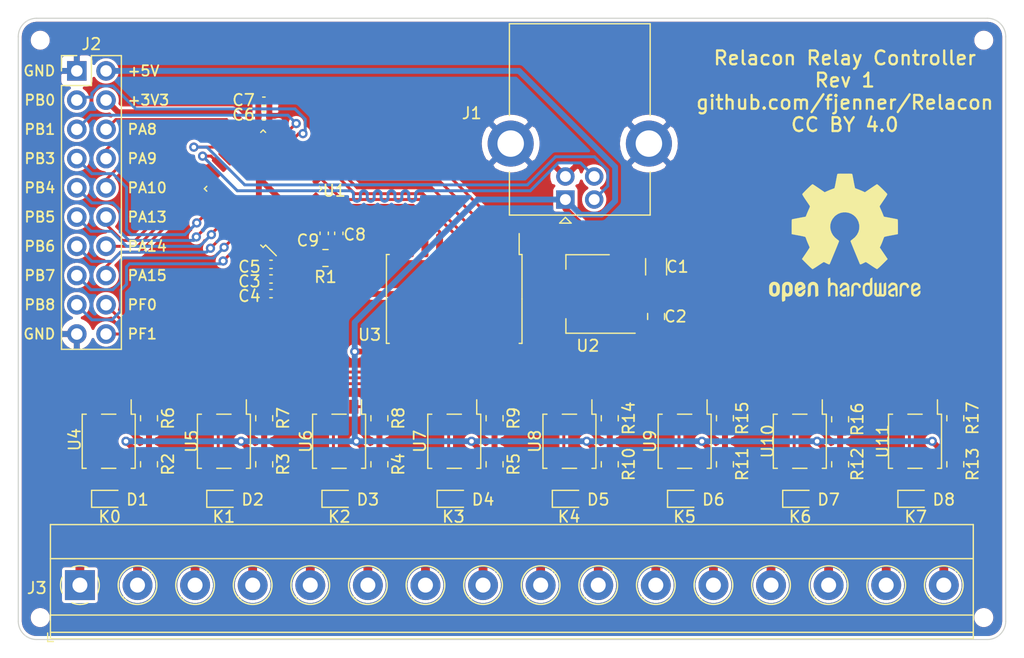
<source format=kicad_pcb>
(kicad_pcb (version 20171130) (host pcbnew "(5.1.8)-1")
  (title_block (title "Relacon Relay Controller") (date 2020-11-30) (rev 1) (comment 2 creativecommons.org/licenses/by/4.0) (comment 3 "License: CC BY 4.0") (comment 4 "Author: Frank Jenner"))
  (layers (0 F.Cu signal) (31 B.Cu signal) (34 B.Paste user) (35 F.Paste user) (36 B.SilkS user) (37 F.SilkS user) (38 B.Mask user) (39 F.Mask user) (44 Edge.Cuts user))
  (net 0 "")
  (net 1 GND)
  (net 2 +5V)
  (net 3 +3V3)
  (net 4 "Net-(D1-Pad2)")
  (net 5 "Net-(D2-Pad2)")
  (net 6 "Net-(D3-Pad2)")
  (net 7 "Net-(D4-Pad2)")
  (net 8 "Net-(D5-Pad2)")
  (net 9 "Net-(D6-Pad2)")
  (net 10 "Net-(D7-Pad2)")
  (net 11 "Net-(D8-Pad2)")
  (net 12 PF1)
  (net 13 PF0)
  (net 14 PB8)
  (net 15 PA15)
  (net 16 PB7)
  (net 17 PA14)
  (net 18 PB6)
  (net 19 PA13)
  (net 20 PB5)
  (net 21 PA10)
  (net 22 PB4)
  (net 23 PA9)
  (net 24 PB3)
  (net 25 PA8)
  (net 26 PB1)
  (net 27 PB0)
  (net 28 RELAY1B)
  (net 29 RELAY1A)
  (net 30 RELAY0B)
  (net 31 RELAY0A)
  (net 32 RELAY3B)
  (net 33 RELAY3A)
  (net 34 RELAY2B)
  (net 35 RELAY2A)
  (net 36 RELAY5B)
  (net 37 RELAY5A)
  (net 38 RELAY4B)
  (net 39 RELAY4A)
  (net 40 RELAY7B)
  (net 41 RELAY7A)
  (net 42 RELAY6B)
  (net 43 RELAY6A)
  (net 44 "Net-(R1-Pad2)")
  (net 45 DRIVER_RELAY0)
  (net 46 DRIVER_RELAY1)
  (net 47 DRIVER_RELAY2)
  (net 48 DRIVER_RELAY3)
  (net 49 "Net-(R6-Pad1)")
  (net 50 "Net-(R7-Pad1)")
  (net 51 "Net-(R8-Pad1)")
  (net 52 "Net-(R9-Pad1)")
  (net 53 DRIVER_RELAY4)
  (net 54 DRIVER_RELAY5)
  (net 55 DRIVER_RELAY6)
  (net 56 DRIVER_RELAY7)
  (net 57 "Net-(R14-Pad1)")
  (net 58 "Net-(R15-Pad1)")
  (net 59 "Net-(R16-Pad1)")
  (net 60 "Net-(R17-Pad1)")
  (net 61 GPIO_RELAY7)
  (net 62 GPIO_RELAY6)
  (net 63 GPIO_RELAY5)
  (net 64 GPIO_RELAY4)
  (net 65 GPIO_RELAY3)
  (net 66 GPIO_RELAY2)
  (net 67 GPIO_RELAY1)
  (net 68 GPIO_RELAY0)
  (net 69 USB_D+)
  (net 70 USB_D-)
  (module Symbol:OSHW-Logo2_14.6x12mm_SilkScreen (layer F.Cu) (at 198.755 82.55)
    (fp_text reference REF** hide)
    (fp_text value OSHW-Logo2_14.6x12mm_SilkScreen hide)
  )
  (module MountingHole:MountingHole_2.1mm (layer F.Cu) (at 128.905 65.405)
    (fp_text reference REF** hide)
    (fp_text value MountingHole_2.1mm)
    (pad "" np_thru_hole circle (at 0 0) (size 1.152 1.152) (drill 1.152) (layers *.Cu *.Mask) (clearance 0.148))
  )
  (module MountingHole:MountingHole_2.1mm (layer F.Cu) (at 210.82 65.405)
    (fp_text reference REF** hide)
    (fp_text value MountingHole_2.1mm)
    (pad "" np_thru_hole circle (at 0 0) (size 1.152 1.152) (drill 1.152) (layers *.Cu *.Mask) (clearance 0.148))
  )
  (module MountingHole:MountingHole_2.1mm (layer F.Cu) (at 210.82 115.57)
    (fp_text reference REF** hide)
    (fp_text value MountingHole_2.1mm)
    (pad "" np_thru_hole circle (at 0 0) (size 1.152 1.152) (drill 1.152) (layers *.Cu *.Mask) (clearance 0.148))
  )
  (module MountingHole:MountingHole_2.1mm (layer F.Cu) (at 128.905 115.57)
    (fp_text reference REF** hide)
    (fp_text value MountingHole_2.1mm)
    (pad "" np_thru_hole circle (at 0 0) (size 1.152 1.152) (drill 1.152) (layers *.Cu *.Mask) (clearance 0.148))
  )
  (module TerminalBlock_Phoenix:TerminalBlock_Phoenix_MKDS-1,5-16_1x16_P5.00mm_Horizontal (layer F.Cu) (at 132.35 112.75)
    (fp_text reference J3 (at -3.74 0.254) (layer F.SilkS))
    (fp_text value Conn_01x16)
    (pad 1 thru_hole rect (at 0 0) (size 2.6 2.6) (drill 1.3) (layers *.Cu *.Mask) (net 30 RELAY0B))
    (pad 2 thru_hole circle (at 5 0) (size 2.6 2.6) (drill 1.3) (layers *.Cu *.Mask) (net 31 RELAY0A))
    (pad 3 thru_hole circle (at 10 0) (size 2.6 2.6) (drill 1.3) (layers *.Cu *.Mask) (net 28 RELAY1B))
    (pad 4 thru_hole circle (at 15 0) (size 2.6 2.6) (drill 1.3) (layers *.Cu *.Mask) (net 29 RELAY1A))
    (pad 5 thru_hole circle (at 20 0) (size 2.6 2.6) (drill 1.3) (layers *.Cu *.Mask) (net 34 RELAY2B))
    (pad 6 thru_hole circle (at 25 0) (size 2.6 2.6) (drill 1.3) (layers *.Cu *.Mask) (net 35 RELAY2A))
    (pad 7 thru_hole circle (at 30 0) (size 2.6 2.6) (drill 1.3) (layers *.Cu *.Mask) (net 32 RELAY3B))
    (pad 8 thru_hole circle (at 35 0) (size 2.6 2.6) (drill 1.3) (layers *.Cu *.Mask) (net 33 RELAY3A))
    (pad 9 thru_hole circle (at 40 0) (size 2.6 2.6) (drill 1.3) (layers *.Cu *.Mask) (net 38 RELAY4B))
    (pad 10 thru_hole circle (at 45 0) (size 2.6 2.6) (drill 1.3) (layers *.Cu *.Mask) (net 39 RELAY4A))
    (pad 11 thru_hole circle (at 50 0) (size 2.6 2.6) (drill 1.3) (layers *.Cu *.Mask) (net 36 RELAY5B))
    (pad 12 thru_hole circle (at 55 0) (size 2.6 2.6) (drill 1.3) (layers *.Cu *.Mask) (net 37 RELAY5A))
    (pad 13 thru_hole circle (at 60 0) (size 2.6 2.6) (drill 1.3) (layers *.Cu *.Mask) (net 42 RELAY6B))
    (pad 14 thru_hole circle (at 65 0) (size 2.6 2.6) (drill 1.3) (layers *.Cu *.Mask) (net 43 RELAY6A))
    (pad 15 thru_hole circle (at 70 0) (size 2.6 2.6) (drill 1.3) (layers *.Cu *.Mask) (net 40 RELAY7B))
    (pad 16 thru_hole circle (at 75 0) (size 2.6 2.6) (drill 1.3) (layers *.Cu *.Mask) (net 41 RELAY7A))
  )
  (module Package_SO:SO-4_4.4x4.3mm_P2.54mm (layer F.Cu) (at 204.85 100.25 270)
    (fp_text reference U11 (at 0 2.794 90) (layer F.SilkS))
    (fp_text value AQY212GS)
    (pad 3 smd rect (at 3 1.27 180) (size 0.8 1.2) (layers F.Cu F.Paste F.Mask) (net 40 RELAY7B))
    (pad 2 smd rect (at -3 1.27 180) (size 0.8 1.2) (layers F.Cu F.Paste F.Mask) (net 56 DRIVER_RELAY7))
    (pad 1 smd rect (at -3 -1.27 180) (size 0.8 1.2) (layers F.Cu F.Paste F.Mask) (net 60 "Net-(R17-Pad1)"))
    (pad 4 smd rect (at 3 -1.27 180) (size 0.8 1.2) (layers F.Cu F.Paste F.Mask) (net 41 RELAY7A))
  )
  (module Package_SO:SO-4_4.4x4.3mm_P2.54mm (layer F.Cu) (at 194.85 100.25 270)
    (fp_text reference U10 (at 0 2.794 90) (layer F.SilkS))
    (fp_text value AQY212GS)
    (pad 3 smd rect (at 3 1.27 180) (size 0.8 1.2) (layers F.Cu F.Paste F.Mask) (net 42 RELAY6B))
    (pad 2 smd rect (at -3 1.27 180) (size 0.8 1.2) (layers F.Cu F.Paste F.Mask) (net 55 DRIVER_RELAY6))
    (pad 1 smd rect (at -3 -1.27 180) (size 0.8 1.2) (layers F.Cu F.Paste F.Mask) (net 59 "Net-(R16-Pad1)"))
    (pad 4 smd rect (at 3 -1.27 180) (size 0.8 1.2) (layers F.Cu F.Paste F.Mask) (net 43 RELAY6A))
  )
  (module Package_SO:SO-4_4.4x4.3mm_P2.54mm (layer F.Cu) (at 184.85 100.25 270)
    (fp_text reference U9 (at 0 3 90) (layer F.SilkS))
    (fp_text value AQY212GS)
    (pad 3 smd rect (at 3 1.27 180) (size 0.8 1.2) (layers F.Cu F.Paste F.Mask) (net 36 RELAY5B))
    (pad 2 smd rect (at -3 1.27 180) (size 0.8 1.2) (layers F.Cu F.Paste F.Mask) (net 54 DRIVER_RELAY5))
    (pad 1 smd rect (at -3 -1.27 180) (size 0.8 1.2) (layers F.Cu F.Paste F.Mask) (net 58 "Net-(R15-Pad1)"))
    (pad 4 smd rect (at 3 -1.27 180) (size 0.8 1.2) (layers F.Cu F.Paste F.Mask) (net 37 RELAY5A))
  )
  (module Package_SO:SO-4_4.4x4.3mm_P2.54mm (layer F.Cu) (at 174.85 100.25 270)
    (fp_text reference U8 (at 0 3 90) (layer F.SilkS))
    (fp_text value AQY212GS)
    (pad 3 smd rect (at 3 1.27 180) (size 0.8 1.2) (layers F.Cu F.Paste F.Mask) (net 38 RELAY4B))
    (pad 2 smd rect (at -3 1.27 180) (size 0.8 1.2) (layers F.Cu F.Paste F.Mask) (net 53 DRIVER_RELAY4))
    (pad 1 smd rect (at -3 -1.27 180) (size 0.8 1.2) (layers F.Cu F.Paste F.Mask) (net 57 "Net-(R14-Pad1)"))
    (pad 4 smd rect (at 3 -1.27 180) (size 0.8 1.2) (layers F.Cu F.Paste F.Mask) (net 39 RELAY4A))
  )
  (module Package_SO:SO-4_4.4x4.3mm_P2.54mm (layer F.Cu) (at 164.85 100.25 270)
    (fp_text reference U7 (at 0 2.98 90) (layer F.SilkS))
    (fp_text value AQY212GS)
    (pad 3 smd rect (at 3 1.27 180) (size 0.8 1.2) (layers F.Cu F.Paste F.Mask) (net 32 RELAY3B))
    (pad 2 smd rect (at -3 1.27 180) (size 0.8 1.2) (layers F.Cu F.Paste F.Mask) (net 48 DRIVER_RELAY3))
    (pad 1 smd rect (at -3 -1.27 180) (size 0.8 1.2) (layers F.Cu F.Paste F.Mask) (net 52 "Net-(R9-Pad1)"))
    (pad 4 smd rect (at 3 -1.27 180) (size 0.8 1.2) (layers F.Cu F.Paste F.Mask) (net 33 RELAY3A))
  )
  (module Package_SO:SO-4_4.4x4.3mm_P2.54mm (layer F.Cu) (at 154.85 100.25 270)
    (fp_text reference U6 (at 0 2.886 90) (layer F.SilkS))
    (fp_text value AQY212GS)
    (pad 3 smd rect (at 3 1.27 180) (size 0.8 1.2) (layers F.Cu F.Paste F.Mask) (net 34 RELAY2B))
    (pad 2 smd rect (at -3 1.27 180) (size 0.8 1.2) (layers F.Cu F.Paste F.Mask) (net 47 DRIVER_RELAY2))
    (pad 1 smd rect (at -3 -1.27 180) (size 0.8 1.2) (layers F.Cu F.Paste F.Mask) (net 51 "Net-(R8-Pad1)"))
    (pad 4 smd rect (at 3 -1.27 180) (size 0.8 1.2) (layers F.Cu F.Paste F.Mask) (net 35 RELAY2A))
  )
  (module Package_SO:SO-4_4.4x4.3mm_P2.54mm (layer F.Cu) (at 144.85 100.25 270)
    (fp_text reference U5 (at 0 2.792 90) (layer F.SilkS))
    (fp_text value AQY212GS)
    (pad 3 smd rect (at 3 1.27 180) (size 0.8 1.2) (layers F.Cu F.Paste F.Mask) (net 28 RELAY1B))
    (pad 2 smd rect (at -3 1.27 180) (size 0.8 1.2) (layers F.Cu F.Paste F.Mask) (net 46 DRIVER_RELAY1))
    (pad 1 smd rect (at -3 -1.27 180) (size 0.8 1.2) (layers F.Cu F.Paste F.Mask) (net 50 "Net-(R7-Pad1)"))
    (pad 4 smd rect (at 3 -1.27 180) (size 0.8 1.2) (layers F.Cu F.Paste F.Mask) (net 29 RELAY1A))
  )
  (module Package_SO:SO-4_4.4x4.3mm_P2.54mm (layer F.Cu) (at 134.85 100.25 270)
    (fp_text reference U4 (at -0.146 2.952 90) (layer F.SilkS))
    (fp_text value AQY212GS)
    (pad 3 smd rect (at 3 1.27 180) (size 0.8 1.2) (layers F.Cu F.Paste F.Mask) (net 30 RELAY0B))
    (pad 2 smd rect (at -3 1.27 180) (size 0.8 1.2) (layers F.Cu F.Paste F.Mask) (net 45 DRIVER_RELAY0))
    (pad 1 smd rect (at -3 -1.27 180) (size 0.8 1.2) (layers F.Cu F.Paste F.Mask) (net 49 "Net-(R6-Pad1)"))
    (pad 4 smd rect (at 3 -1.27 180) (size 0.8 1.2) (layers F.Cu F.Paste F.Mask) (net 31 RELAY0A))
  )
  (module Package_SO:SOIC-18W_7.5x11.6mm_P1.27mm (layer F.Cu) (at 164.846 87.884 270)
    (fp_text reference U3 (at 3.116 7.346 180) (layer F.SilkS))
    (fp_text value ULN2803A)
    (pad 18 smd roundrect (at 4.65 -5.08 270) (size 2.05 0.6) (layers F.Cu F.Paste F.Mask) (net 56 DRIVER_RELAY7))
    (pad 17 smd roundrect (at 4.65 -3.81 270) (size 2.05 0.6) (layers F.Cu F.Paste F.Mask) (net 55 DRIVER_RELAY6))
    (pad 16 smd roundrect (at 4.65 -2.54 270) (size 2.05 0.6) (layers F.Cu F.Paste F.Mask) (net 54 DRIVER_RELAY5))
    (pad 15 smd roundrect (at 4.65 -1.27 270) (size 2.05 0.6) (layers F.Cu F.Paste F.Mask) (net 53 DRIVER_RELAY4))
    (pad 14 smd roundrect (at 4.65 0 270) (size 2.05 0.6) (layers F.Cu F.Paste F.Mask) (net 48 DRIVER_RELAY3))
    (pad 13 smd roundrect (at 4.65 1.27 270) (size 2.05 0.6) (layers F.Cu F.Paste F.Mask) (net 47 DRIVER_RELAY2))
    (pad 12 smd roundrect (at 4.65 2.54 270) (size 2.05 0.6) (layers F.Cu F.Paste F.Mask) (net 46 DRIVER_RELAY1))
    (pad 11 smd roundrect (at 4.65 3.81 270) (size 2.05 0.6) (layers F.Cu F.Paste F.Mask) (net 45 DRIVER_RELAY0))
    (pad 10 smd roundrect (at 4.65 5.08 270) (size 2.05 0.6) (layers F.Cu F.Paste F.Mask) (net 2 +5V))
    (pad 9 smd roundrect (at -4.65 5.08 270) (size 2.05 0.6) (layers F.Cu F.Paste F.Mask) (net 1 GND))
    (pad 8 smd roundrect (at -4.65 3.81 270) (size 2.05 0.6) (layers F.Cu F.Paste F.Mask) (net 68 GPIO_RELAY0))
    (pad 7 smd roundrect (at -4.65 2.54 270) (size 2.05 0.6) (layers F.Cu F.Paste F.Mask) (net 67 GPIO_RELAY1))
    (pad 6 smd roundrect (at -4.65 1.27 270) (size 2.05 0.6) (layers F.Cu F.Paste F.Mask) (net 66 GPIO_RELAY2))
    (pad 5 smd roundrect (at -4.65 0 270) (size 2.05 0.6) (layers F.Cu F.Paste F.Mask) (net 65 GPIO_RELAY3))
    (pad 4 smd roundrect (at -4.65 -1.27 270) (size 2.05 0.6) (layers F.Cu F.Paste F.Mask) (net 64 GPIO_RELAY4))
    (pad 3 smd roundrect (at -4.65 -2.54 270) (size 2.05 0.6) (layers F.Cu F.Paste F.Mask) (net 63 GPIO_RELAY5))
    (pad 2 smd roundrect (at -4.65 -3.81 270) (size 2.05 0.6) (layers F.Cu F.Paste F.Mask) (net 62 GPIO_RELAY6))
    (pad 1 smd roundrect (at -4.65 -5.08 270) (size 2.05 0.6) (layers F.Cu F.Paste F.Mask) (net 61 GPIO_RELAY7))
  )
  (module Package_TO_SOT_SMD:SOT-223-3_TabPin2 (layer F.Cu) (at 176.452 87.454 180)
    (fp_text reference U2 (at 0 -4.5) (layer F.SilkS))
    (fp_text value AMS1117-3.3)
    (pad 1 smd rect (at -3.15 -2.3 180) (size 2 1.5) (layers F.Cu F.Paste F.Mask) (net 1 GND))
    (pad 3 smd rect (at -3.15 2.3 180) (size 2 1.5) (layers F.Cu F.Paste F.Mask) (net 2 +5V))
    (pad 2 smd rect (at -3.15 0 180) (size 2 1.5) (layers F.Cu F.Paste F.Mask) (net 3 +3V3))
    (pad 2 smd rect (at 3.15 0 180) (size 2 3.8) (layers F.Cu F.Paste F.Mask) (net 3 +3V3))
  )
  (module Package_QFP:LQFP-32_7x7mm_P0.8mm (layer F.Cu) (at 148.258 78.31 135)
    (fp_text reference U1 (at -4.490128 4.241226 180) (layer F.SilkS))
    (fp_text value STM32F042K6Tx)
    (pad 32 smd roundrect (at -2.8 -4.175 135) (size 0.5 1.5) (layers F.Cu F.Paste F.Mask) (net 1 GND))
    (pad 31 smd roundrect (at -2 -4.175 135) (size 0.5 1.5) (layers F.Cu F.Paste F.Mask) (net 14 PB8))
    (pad 30 smd roundrect (at -1.2 -4.175 135) (size 0.5 1.5) (layers F.Cu F.Paste F.Mask) (net 16 PB7))
    (pad 29 smd roundrect (at -0.4 -4.175 135) (size 0.5 1.5) (layers F.Cu F.Paste F.Mask) (net 18 PB6))
    (pad 28 smd roundrect (at 0.4 -4.175 135) (size 0.5 1.5) (layers F.Cu F.Paste F.Mask) (net 20 PB5))
    (pad 27 smd roundrect (at 1.2 -4.175 135) (size 0.5 1.5) (layers F.Cu F.Paste F.Mask) (net 22 PB4))
    (pad 26 smd roundrect (at 2 -4.175 135) (size 0.5 1.5) (layers F.Cu F.Paste F.Mask) (net 24 PB3))
    (pad 25 smd roundrect (at 2.8 -4.175 135) (size 0.5 1.5) (layers F.Cu F.Paste F.Mask) (net 15 PA15))
    (pad 24 smd roundrect (at 4.175 -2.8 135) (size 1.5 0.5) (layers F.Cu F.Paste F.Mask) (net 17 PA14))
    (pad 23 smd roundrect (at 4.175 -2 135) (size 1.5 0.5) (layers F.Cu F.Paste F.Mask) (net 19 PA13))
    (pad 22 smd roundrect (at 4.175 -1.2 135) (size 1.5 0.5) (layers F.Cu F.Paste F.Mask) (net 69 USB_D+))
    (pad 21 smd roundrect (at 4.175 -0.4 135) (size 1.5 0.5) (layers F.Cu F.Paste F.Mask) (net 70 USB_D-))
    (pad 20 smd roundrect (at 4.175 0.4 135) (size 1.5 0.5) (layers F.Cu F.Paste F.Mask) (net 21 PA10))
    (pad 19 smd roundrect (at 4.175 1.2 135) (size 1.5 0.5) (layers F.Cu F.Paste F.Mask) (net 23 PA9))
    (pad 18 smd roundrect (at 4.175 2 135) (size 1.5 0.5) (layers F.Cu F.Paste F.Mask) (net 25 PA8))
    (pad 17 smd roundrect (at 4.175 2.8 135) (size 1.5 0.5) (layers F.Cu F.Paste F.Mask) (net 3 +3V3))
    (pad 16 smd roundrect (at 2.8 4.175 135) (size 0.5 1.5) (layers F.Cu F.Paste F.Mask) (net 1 GND))
    (pad 15 smd roundrect (at 2 4.175 135) (size 0.5 1.5) (layers F.Cu F.Paste F.Mask) (net 26 PB1))
    (pad 14 smd roundrect (at 1.2 4.175 135) (size 0.5 1.5) (layers F.Cu F.Paste F.Mask) (net 27 PB0))
    (pad 13 smd roundrect (at 0.4 4.175 135) (size 0.5 1.5) (layers F.Cu F.Paste F.Mask) (net 61 GPIO_RELAY7))
    (pad 12 smd roundrect (at -0.4 4.175 135) (size 0.5 1.5) (layers F.Cu F.Paste F.Mask) (net 62 GPIO_RELAY6))
    (pad 11 smd roundrect (at -1.2 4.175 135) (size 0.5 1.5) (layers F.Cu F.Paste F.Mask) (net 63 GPIO_RELAY5))
    (pad 10 smd roundrect (at -2 4.175 135) (size 0.5 1.5) (layers F.Cu F.Paste F.Mask) (net 64 GPIO_RELAY4))
    (pad 9 smd roundrect (at -2.8 4.175 135) (size 0.5 1.5) (layers F.Cu F.Paste F.Mask) (net 65 GPIO_RELAY3))
    (pad 8 smd roundrect (at -4.175 2.8 135) (size 1.5 0.5) (layers F.Cu F.Paste F.Mask) (net 66 GPIO_RELAY2))
    (pad 7 smd roundrect (at -4.175 2 135) (size 1.5 0.5) (layers F.Cu F.Paste F.Mask) (net 67 GPIO_RELAY1))
    (pad 6 smd roundrect (at -4.175 1.2 135) (size 1.5 0.5) (layers F.Cu F.Paste F.Mask) (net 68 GPIO_RELAY0))
    (pad 5 smd roundrect (at -4.175 0.4 135) (size 1.5 0.5) (layers F.Cu F.Paste F.Mask) (net 3 +3V3))
    (pad 4 smd roundrect (at -4.175 -0.4 135) (size 1.5 0.5) (layers F.Cu F.Paste F.Mask) (net 44 "Net-(R1-Pad2)"))
    (pad 3 smd roundrect (at -4.175 -1.2 135) (size 1.5 0.5) (layers F.Cu F.Paste F.Mask) (net 12 PF1))
    (pad 2 smd roundrect (at -4.175 -2 135) (size 1.5 0.5) (layers F.Cu F.Paste F.Mask) (net 13 PF0))
    (pad 1 smd roundrect (at -4.175 -2.8 135) (size 1.5 0.5) (layers F.Cu F.Paste F.Mask) (net 3 +3V3))
  )
  (module Resistor_SMD:R_0805_2012Metric (layer F.Cu) (at 208.35 98.25 270)
    (fp_text reference R17 (at 0 -1.5 90) (layer F.SilkS))
    (fp_text value 750)
    (pad 2 smd roundrect (at 0.9125 0 270) (size 1.025 1.4) (layers F.Cu F.Paste F.Mask) (roundrect_rratio 0.2439014634146341) (net 2 +5V))
    (pad 1 smd roundrect (at -0.9125 0 270) (size 1.025 1.4) (layers F.Cu F.Paste F.Mask) (roundrect_rratio 0.2439014634146341) (net 60 "Net-(R17-Pad1)"))
  )
  (module Resistor_SMD:R_0805_2012Metric (layer F.Cu) (at 198.35 98.3375 270)
    (fp_text reference R16 (at 0 -1.5 90) (layer F.SilkS))
    (fp_text value 750)
    (pad 2 smd roundrect (at 0.9125 0 270) (size 1.025 1.4) (layers F.Cu F.Paste F.Mask) (roundrect_rratio 0.2439014634146341) (net 2 +5V))
    (pad 1 smd roundrect (at -0.9125 0 270) (size 1.025 1.4) (layers F.Cu F.Paste F.Mask) (roundrect_rratio 0.2439014634146341) (net 59 "Net-(R16-Pad1)"))
  )
  (module Resistor_SMD:R_0805_2012Metric (layer F.Cu) (at 188.35 98.25 270)
    (fp_text reference R15 (at 0 -1.5 90) (layer F.SilkS))
    (fp_text value 750)
    (pad 2 smd roundrect (at 0.9125 0 270) (size 1.025 1.4) (layers F.Cu F.Paste F.Mask) (roundrect_rratio 0.2439014634146341) (net 2 +5V))
    (pad 1 smd roundrect (at -0.9125 0 270) (size 1.025 1.4) (layers F.Cu F.Paste F.Mask) (roundrect_rratio 0.2439014634146341) (net 58 "Net-(R15-Pad1)"))
  )
  (module Resistor_SMD:R_0805_2012Metric (layer F.Cu) (at 178.35 98.25 270)
    (fp_text reference R14 (at 0 -1.65 90) (layer F.SilkS))
    (fp_text value 750)
    (pad 2 smd roundrect (at 0.9125 0 270) (size 1.025 1.4) (layers F.Cu F.Paste F.Mask) (roundrect_rratio 0.2439014634146341) (net 2 +5V))
    (pad 1 smd roundrect (at -0.9125 0 270) (size 1.025 1.4) (layers F.Cu F.Paste F.Mask) (roundrect_rratio 0.2439014634146341) (net 57 "Net-(R14-Pad1)"))
  )
  (module Resistor_SMD:R_0805_2012Metric (layer F.Cu) (at 208.35 102.25 270)
    (fp_text reference R13 (at 0 -1.5 90) (layer F.SilkS))
    (fp_text value 470)
    (pad 2 smd roundrect (at 0.9125 0 270) (size 1.025 1.4) (layers F.Cu F.Paste F.Mask) (roundrect_rratio 0.2439014634146341) (net 11 "Net-(D8-Pad2)"))
    (pad 1 smd roundrect (at -0.9125 0 270) (size 1.025 1.4) (layers F.Cu F.Paste F.Mask) (roundrect_rratio 0.2439014634146341) (net 2 +5V))
  )
  (module Resistor_SMD:R_0805_2012Metric (layer F.Cu) (at 198.35 102.25 270)
    (fp_text reference R12 (at 0 -1.5 90) (layer F.SilkS))
    (fp_text value 470)
    (pad 2 smd roundrect (at 0.9125 0 270) (size 1.025 1.4) (layers F.Cu F.Paste F.Mask) (roundrect_rratio 0.2439014634146341) (net 10 "Net-(D7-Pad2)"))
    (pad 1 smd roundrect (at -0.9125 0 270) (size 1.025 1.4) (layers F.Cu F.Paste F.Mask) (roundrect_rratio 0.2439014634146341) (net 2 +5V))
  )
  (module Resistor_SMD:R_0805_2012Metric (layer F.Cu) (at 188.35 102.25 270)
    (fp_text reference R11 (at 0 -1.5 90) (layer F.SilkS))
    (fp_text value 470)
    (pad 2 smd roundrect (at 0.9125 0 270) (size 1.025 1.4) (layers F.Cu F.Paste F.Mask) (roundrect_rratio 0.2439014634146341) (net 9 "Net-(D6-Pad2)"))
    (pad 1 smd roundrect (at -0.9125 0 270) (size 1.025 1.4) (layers F.Cu F.Paste F.Mask) (roundrect_rratio 0.2439014634146341) (net 2 +5V))
  )
  (module Resistor_SMD:R_0805_2012Metric (layer F.Cu) (at 178.35 102.25 270)
    (fp_text reference R10 (at 0 -1.65 90) (layer F.SilkS))
    (fp_text value 470)
    (pad 2 smd roundrect (at 0.9125 0 270) (size 1.025 1.4) (layers F.Cu F.Paste F.Mask) (roundrect_rratio 0.2439014634146341) (net 8 "Net-(D5-Pad2)"))
    (pad 1 smd roundrect (at -0.9125 0 270) (size 1.025 1.4) (layers F.Cu F.Paste F.Mask) (roundrect_rratio 0.2439014634146341) (net 2 +5V))
  )
  (module Resistor_SMD:R_0805_2012Metric (layer F.Cu) (at 168.35 98.25 270)
    (fp_text reference R9 (at 0 -1.65 90) (layer F.SilkS))
    (fp_text value 750)
    (pad 2 smd roundrect (at 0.9125 0 270) (size 1.025 1.4) (layers F.Cu F.Paste F.Mask) (roundrect_rratio 0.2439014634146341) (net 2 +5V))
    (pad 1 smd roundrect (at -0.9125 0 270) (size 1.025 1.4) (layers F.Cu F.Paste F.Mask) (roundrect_rratio 0.2439014634146341) (net 52 "Net-(R9-Pad1)"))
  )
  (module Resistor_SMD:R_0805_2012Metric (layer F.Cu) (at 158.35 98.25 270)
    (fp_text reference R8 (at 0 -1.65 90) (layer F.SilkS))
    (fp_text value 750)
    (pad 2 smd roundrect (at 0.9125 0 270) (size 1.025 1.4) (layers F.Cu F.Paste F.Mask) (roundrect_rratio 0.2439014634146341) (net 2 +5V))
    (pad 1 smd roundrect (at -0.9125 0 270) (size 1.025 1.4) (layers F.Cu F.Paste F.Mask) (roundrect_rratio 0.2439014634146341) (net 51 "Net-(R8-Pad1)"))
  )
  (module Resistor_SMD:R_0805_2012Metric (layer F.Cu) (at 148.35 98.25 270)
    (fp_text reference R7 (at 0 -1.65 90) (layer F.SilkS))
    (fp_text value 750)
    (pad 2 smd roundrect (at 0.9125 0 270) (size 1.025 1.4) (layers F.Cu F.Paste F.Mask) (roundrect_rratio 0.2439014634146341) (net 2 +5V))
    (pad 1 smd roundrect (at -0.9125 0 270) (size 1.025 1.4) (layers F.Cu F.Paste F.Mask) (roundrect_rratio 0.2439014634146341) (net 50 "Net-(R7-Pad1)"))
  )
  (module Resistor_SMD:R_0805_2012Metric (layer F.Cu) (at 138.35 98.25 270)
    (fp_text reference R6 (at 0 -1.65 90) (layer F.SilkS))
    (fp_text value 750)
    (pad 2 smd roundrect (at 0.9125 0 270) (size 1.025 1.4) (layers F.Cu F.Paste F.Mask) (roundrect_rratio 0.2439014634146341) (net 2 +5V))
    (pad 1 smd roundrect (at -0.9125 0 270) (size 1.025 1.4) (layers F.Cu F.Paste F.Mask) (roundrect_rratio 0.2439014634146341) (net 49 "Net-(R6-Pad1)"))
  )
  (module Resistor_SMD:R_0805_2012Metric (layer F.Cu) (at 168.35 102.25 270)
    (fp_text reference R5 (at 0 -1.65 90) (layer F.SilkS))
    (fp_text value 470)
    (pad 2 smd roundrect (at 0.9125 0 270) (size 1.025 1.4) (layers F.Cu F.Paste F.Mask) (roundrect_rratio 0.2439014634146341) (net 7 "Net-(D4-Pad2)"))
    (pad 1 smd roundrect (at -0.9125 0 270) (size 1.025 1.4) (layers F.Cu F.Paste F.Mask) (roundrect_rratio 0.2439014634146341) (net 2 +5V))
  )
  (module Resistor_SMD:R_0805_2012Metric (layer F.Cu) (at 158.35 102.25 270)
    (fp_text reference R4 (at 0 -1.65 90) (layer F.SilkS))
    (fp_text value 470)
    (pad 2 smd roundrect (at 0.9125 0 270) (size 1.025 1.4) (layers F.Cu F.Paste F.Mask) (roundrect_rratio 0.2439014634146341) (net 6 "Net-(D3-Pad2)"))
    (pad 1 smd roundrect (at -0.9125 0 270) (size 1.025 1.4) (layers F.Cu F.Paste F.Mask) (roundrect_rratio 0.2439014634146341) (net 2 +5V))
  )
  (module Resistor_SMD:R_0805_2012Metric (layer F.Cu) (at 148.35 102.25 270)
    (fp_text reference R3 (at 0 -1.65 90) (layer F.SilkS))
    (fp_text value 470)
    (pad 2 smd roundrect (at 0.9125 0 270) (size 1.025 1.4) (layers F.Cu F.Paste F.Mask) (roundrect_rratio 0.2439014634146341) (net 5 "Net-(D2-Pad2)"))
    (pad 1 smd roundrect (at -0.9125 0 270) (size 1.025 1.4) (layers F.Cu F.Paste F.Mask) (roundrect_rratio 0.2439014634146341) (net 2 +5V))
  )
  (module Resistor_SMD:R_0805_2012Metric (layer F.Cu) (at 138.35 102.25 270)
    (fp_text reference R2 (at 0 -1.65 90) (layer F.SilkS))
    (fp_text value 470)
    (pad 2 smd roundrect (at 0.9125 0 270) (size 1.025 1.4) (layers F.Cu F.Paste F.Mask) (roundrect_rratio 0.2439014634146341) (net 4 "Net-(D1-Pad2)"))
    (pad 1 smd roundrect (at -0.9125 0 270) (size 1.025 1.4) (layers F.Cu F.Paste F.Mask) (roundrect_rratio 0.2439014634146341) (net 2 +5V))
  )
  (module Resistor_SMD:R_0805_2012Metric (layer F.Cu) (at 153.67 84.328 180)
    (fp_text reference R1 (at 0 -1.65) (layer F.SilkS))
    (fp_text value 10k)
    (pad 2 smd roundrect (at 0.9125 0 180) (size 1.025 1.4) (layers F.Cu F.Paste F.Mask) (roundrect_rratio 0.2439014634146341) (net 44 "Net-(R1-Pad2)"))
    (pad 1 smd roundrect (at -0.9125 0 180) (size 1.025 1.4) (layers F.Cu F.Paste F.Mask) (roundrect_rratio 0.2439014634146341) (net 3 +3V3))
  )
  (module Connector_PinHeader_2.54mm:PinHeader_2x10_P2.54mm_Vertical (layer F.Cu) (at 132.08 68.072)
    (fp_text reference J2 (at 1.27 -2.33) (layer F.SilkS))
    (fp_text value Conn_02x10_Odd_Even)
    (pad 20 thru_hole oval (at 2.54 22.86) (size 1.7 1.7) (drill 1) (layers *.Cu *.Mask) (net 12 PF1))
    (pad 19 thru_hole oval (at 0 22.86) (size 1.7 1.7) (drill 1) (layers *.Cu *.Mask) (net 1 GND))
    (pad 18 thru_hole oval (at 2.54 20.32) (size 1.7 1.7) (drill 1) (layers *.Cu *.Mask) (net 13 PF0))
    (pad 17 thru_hole oval (at 0 20.32) (size 1.7 1.7) (drill 1) (layers *.Cu *.Mask) (net 14 PB8))
    (pad 16 thru_hole oval (at 2.54 17.78) (size 1.7 1.7) (drill 1) (layers *.Cu *.Mask) (net 15 PA15))
    (pad 15 thru_hole oval (at 0 17.78) (size 1.7 1.7) (drill 1) (layers *.Cu *.Mask) (net 16 PB7))
    (pad 14 thru_hole oval (at 2.54 15.24) (size 1.7 1.7) (drill 1) (layers *.Cu *.Mask) (net 17 PA14))
    (pad 13 thru_hole oval (at 0 15.24) (size 1.7 1.7) (drill 1) (layers *.Cu *.Mask) (net 18 PB6))
    (pad 12 thru_hole oval (at 2.54 12.7) (size 1.7 1.7) (drill 1) (layers *.Cu *.Mask) (net 19 PA13))
    (pad 11 thru_hole oval (at 0 12.7) (size 1.7 1.7) (drill 1) (layers *.Cu *.Mask) (net 20 PB5))
    (pad 10 thru_hole oval (at 2.54 10.16) (size 1.7 1.7) (drill 1) (layers *.Cu *.Mask) (net 21 PA10))
    (pad 9 thru_hole oval (at 0 10.16) (size 1.7 1.7) (drill 1) (layers *.Cu *.Mask) (net 22 PB4))
    (pad 8 thru_hole oval (at 2.54 7.62) (size 1.7 1.7) (drill 1) (layers *.Cu *.Mask) (net 23 PA9))
    (pad 7 thru_hole oval (at 0 7.62) (size 1.7 1.7) (drill 1) (layers *.Cu *.Mask) (net 24 PB3))
    (pad 6 thru_hole oval (at 2.54 5.08) (size 1.7 1.7) (drill 1) (layers *.Cu *.Mask) (net 25 PA8))
    (pad 5 thru_hole oval (at 0 5.08) (size 1.7 1.7) (drill 1) (layers *.Cu *.Mask) (net 26 PB1))
    (pad 4 thru_hole oval (at 2.54 2.54) (size 1.7 1.7) (drill 1) (layers *.Cu *.Mask) (net 3 +3V3))
    (pad 3 thru_hole oval (at 0 2.54) (size 1.7 1.7) (drill 1) (layers *.Cu *.Mask) (net 27 PB0))
    (pad 2 thru_hole oval (at 2.54 0) (size 1.7 1.7) (drill 1) (layers *.Cu *.Mask) (net 2 +5V))
    (pad 1 thru_hole rect (at 0 0) (size 1.7 1.7) (drill 1) (layers *.Cu *.Mask) (net 1 GND))
  )
  (module Connector_USB:USB_B_Lumberg_2411_02_Horizontal (layer F.Cu) (at 174.498 79.248 90)
    (fp_text reference J1 (at 7.5 -8.128 180) (layer F.SilkS))
    (fp_text value USB_B)
    (pad 5 thru_hole circle (at 4.86 -4.75 180) (size 4 4) (drill 2.3) (layers *.Cu *.Mask) (net 1 GND))
    (pad 5 thru_hole circle (at 4.86 7.25 180) (size 4 4) (drill 2.3) (layers *.Cu *.Mask) (net 1 GND))
    (pad 4 thru_hole circle (at 2 0 180) (size 1.6 1.6) (drill 0.95) (layers *.Cu *.Mask) (net 1 GND))
    (pad 3 thru_hole circle (at 2 2.5 180) (size 1.6 1.6) (drill 0.95) (layers *.Cu *.Mask) (net 69 USB_D+))
    (pad 2 thru_hole circle (at 0 2.5 180) (size 1.6 1.6) (drill 0.95) (layers *.Cu *.Mask) (net 70 USB_D-))
    (pad 1 thru_hole rect (at 0 0 180) (size 1.6 1.6) (drill 0.95) (layers *.Cu *.Mask) (net 2 +5V))
  )
  (module LED_SMD:LED_0603_1608Metric (layer F.Cu) (at 204.85 105.25)
    (fp_text reference D8 (at 2.5 0.07) (layer F.SilkS))
    (fp_text value LED)
    (pad 2 smd roundrect (at 0.7875 0) (size 0.875 0.95) (layers F.Cu F.Paste F.Mask) (net 11 "Net-(D8-Pad2)"))
    (pad 1 smd roundrect (at -0.7875 0) (size 0.875 0.95) (layers F.Cu F.Paste F.Mask) (net 56 DRIVER_RELAY7))
  )
  (module LED_SMD:LED_0603_1608Metric (layer F.Cu) (at 194.85 105.25)
    (fp_text reference D7 (at 2.5 0.07) (layer F.SilkS))
    (fp_text value LED)
    (pad 2 smd roundrect (at 0.7875 0) (size 0.875 0.95) (layers F.Cu F.Paste F.Mask) (net 10 "Net-(D7-Pad2)"))
    (pad 1 smd roundrect (at -0.7875 0) (size 0.875 0.95) (layers F.Cu F.Paste F.Mask) (net 55 DRIVER_RELAY6))
  )
  (module LED_SMD:LED_0603_1608Metric (layer F.Cu) (at 184.85 105.25)
    (fp_text reference D6 (at 2.5 0.07) (layer F.SilkS))
    (fp_text value LED)
    (pad 2 smd roundrect (at 0.7875 0) (size 0.875 0.95) (layers F.Cu F.Paste F.Mask) (net 9 "Net-(D6-Pad2)"))
    (pad 1 smd roundrect (at -0.7875 0) (size 0.875 0.95) (layers F.Cu F.Paste F.Mask) (net 54 DRIVER_RELAY5))
  )
  (module LED_SMD:LED_0603_1608Metric (layer F.Cu) (at 174.85 105.25)
    (fp_text reference D5 (at 2.5 0.07) (layer F.SilkS))
    (fp_text value LED)
    (pad 2 smd roundrect (at 0.7875 0) (size 0.875 0.95) (layers F.Cu F.Paste F.Mask) (net 8 "Net-(D5-Pad2)"))
    (pad 1 smd roundrect (at -0.7875 0) (size 0.875 0.95) (layers F.Cu F.Paste F.Mask) (net 53 DRIVER_RELAY4))
  )
  (module LED_SMD:LED_0603_1608Metric (layer F.Cu) (at 164.85 105.25)
    (fp_text reference D4 (at 2.5 0.07) (layer F.SilkS))
    (fp_text value LED)
    (pad 2 smd roundrect (at 0.7875 0) (size 0.875 0.95) (layers F.Cu F.Paste F.Mask) (net 7 "Net-(D4-Pad2)"))
    (pad 1 smd roundrect (at -0.7875 0) (size 0.875 0.95) (layers F.Cu F.Paste F.Mask) (net 48 DRIVER_RELAY3))
  )
  (module LED_SMD:LED_0603_1608Metric (layer F.Cu) (at 154.85 105.25)
    (fp_text reference D3 (at 2.5 0.07) (layer F.SilkS))
    (fp_text value LED)
    (pad 2 smd roundrect (at 0.7875 0) (size 0.875 0.95) (layers F.Cu F.Paste F.Mask) (net 6 "Net-(D3-Pad2)"))
    (pad 1 smd roundrect (at -0.7875 0) (size 0.875 0.95) (layers F.Cu F.Paste F.Mask) (net 47 DRIVER_RELAY2))
  )
  (module LED_SMD:LED_0603_1608Metric (layer F.Cu) (at 144.85 105.25)
    (fp_text reference D2 (at 2.5 0.07) (layer F.SilkS))
    (fp_text value LED)
    (pad 2 smd roundrect (at 0.7875 0) (size 0.875 0.95) (layers F.Cu F.Paste F.Mask) (net 5 "Net-(D2-Pad2)"))
    (pad 1 smd roundrect (at -0.7875 0) (size 0.875 0.95) (layers F.Cu F.Paste F.Mask) (net 46 DRIVER_RELAY1))
  )
  (module LED_SMD:LED_0603_1608Metric (layer F.Cu) (at 134.85 105.25)
    (fp_text reference D1 (at 2.5 0.07) (layer F.SilkS))
    (fp_text value LED)
    (pad 2 smd roundrect (at 0.7875 0) (size 0.875 0.95) (layers F.Cu F.Paste F.Mask) (net 4 "Net-(D1-Pad2)"))
    (pad 1 smd roundrect (at -0.7875 0) (size 0.875 0.95) (layers F.Cu F.Paste F.Mask) (net 45 DRIVER_RELAY0))
  )
  (module Capacitor_SMD:C_0402_1005Metric (layer F.Cu) (at 153.558 82.186 90)
    (fp_text reference C9 (at -0.618 -1.412 180) (layer F.SilkS))
    (fp_text value 1uF)
    (pad 2 smd roundrect (at 0.48 0 90) (size 0.56 0.62) (layers F.Cu F.Paste F.Mask) (net 1 GND))
    (pad 1 smd roundrect (at -0.48 0 90) (size 0.56 0.62) (layers F.Cu F.Paste F.Mask) (net 3 +3V3))
  )
  (module Capacitor_SMD:C_0402_1005Metric (layer F.Cu) (at 154.828 82.186 90)
    (fp_text reference C8 (at -0.11 1.382 180) (layer F.SilkS))
    (fp_text value 10nF)
    (pad 2 smd roundrect (at 0.48 0 90) (size 0.56 0.62) (layers F.Cu F.Paste F.Mask) (net 1 GND))
    (pad 1 smd roundrect (at -0.48 0 90) (size 0.56 0.62) (layers F.Cu F.Paste F.Mask) (net 3 +3V3))
  )
  (module Capacitor_SMD:C_0402_1005Metric (layer F.Cu) (at 148.322 70.706)
    (fp_text reference C7 (at -1.764 -0.094) (layer F.SilkS))
    (fp_text value 4.7uF)
    (pad 1 smd roundrect (at -0.48 0) (size 0.56 0.62) (layers F.Cu F.Paste F.Mask) (net 3 +3V3))
    (pad 2 smd roundrect (at 0.48 0) (size 0.56 0.62) (layers F.Cu F.Paste F.Mask) (net 1 GND))
  )
  (module Capacitor_SMD:C_0402_1005Metric (layer F.Cu) (at 148.322 71.976)
    (fp_text reference C6 (at -1.764 -0.094) (layer F.SilkS))
    (fp_text value 100nF)
    (pad 2 smd roundrect (at 0.48 0) (size 0.56 0.62) (layers F.Cu F.Paste F.Mask) (net 1 GND))
    (pad 1 smd roundrect (at -0.48 0) (size 0.56 0.62) (layers F.Cu F.Paste F.Mask) (net 3 +3V3))
  )
  (module Capacitor_SMD:C_0402_1005Metric (layer F.Cu) (at 148.94 84.882 180)
    (fp_text reference C5 (at 1.874 -0.208) (layer F.SilkS))
    (fp_text value 4.7uF)
    (pad 2 smd roundrect (at 0.48 0 180) (size 0.56 0.62) (layers F.Cu F.Paste F.Mask) (net 1 GND))
    (pad 1 smd roundrect (at -0.48 0 180) (size 0.56 0.62) (layers F.Cu F.Paste F.Mask) (net 3 +3V3))
  )
  (module Capacitor_SMD:C_0402_1005Metric (layer F.Cu) (at 148.94 87.422 180)
    (fp_text reference C4 (at 1.874 -0.208) (layer F.SilkS))
    (fp_text value 100nF)
    (pad 2 smd roundrect (at 0.48 0 180) (size 0.56 0.62) (layers F.Cu F.Paste F.Mask) (net 1 GND))
    (pad 1 smd roundrect (at -0.48 0 180) (size 0.56 0.62) (layers F.Cu F.Paste F.Mask) (net 3 +3V3))
  )
  (module Capacitor_SMD:C_0402_1005Metric (layer F.Cu) (at 148.94 86.152 180)
    (fp_text reference C3 (at 1.874 -0.208) (layer F.SilkS))
    (fp_text value 100nF)
    (pad 2 smd roundrect (at 0.48 0 180) (size 0.56 0.62) (layers F.Cu F.Paste F.Mask) (net 1 GND))
    (pad 1 smd roundrect (at -0.48 0 180) (size 0.56 0.62) (layers F.Cu F.Paste F.Mask) (net 3 +3V3))
  )
  (module Capacitor_SMD:C_0805_2012Metric (layer F.Cu) (at 182.372 89.408 270)
    (fp_text reference C2 (at 0 -1.68 180) (layer F.SilkS))
    (fp_text value 22uF)
    (pad 2 smd roundrect (at 0.95 0 270) (size 1 1.45) (layers F.Cu F.Paste F.Mask) (net 1 GND))
    (pad 1 smd roundrect (at -0.95 0 270) (size 1 1.45) (layers F.Cu F.Paste F.Mask) (net 3 +3V3))
  )
  (module Capacitor_SMD:C_1206_3216Metric (layer F.Cu) (at 182.372 85.09 270)
    (fp_text reference C1 (at 0 -1.85 180) (layer F.SilkS))
    (fp_text value 47uF)
    (pad 2 smd roundrect (at 1.475 0 270) (size 1.15 1.8) (layers F.Cu F.Paste F.Mask) (roundrect_rratio 0.2173904347826087) (net 1 GND))
    (pad 1 smd roundrect (at -1.475 0 270) (size 1.15 1.8) (layers F.Cu F.Paste F.Mask) (roundrect_rratio 0.2173904347826087) (net 2 +5V))
  )
  (gr_text "Relacon Relay Controller\nRev 1\ngithub.com/fjenner/Relacon\nCC BY 4.0" (at 198.755 69.85) (layer F.SilkS) (effects (font (size 1.2 1.2) (thickness 0.2))))
  (gr_text K7 (at 203.835 106.807) (layer F.SilkS) (effects (font (size 1 1) (thickness 0.153)) (justify left)))
  (gr_text K6 (at 193.802 106.807) (layer F.SilkS) (effects (font (size 1 1) (thickness 0.153)) (justify left)))
  (gr_text K5 (at 183.769 106.807) (layer F.SilkS) (effects (font (size 1 1) (thickness 0.153)) (justify left)))
  (gr_text K4 (at 173.736 106.807) (layer F.SilkS) (effects (font (size 1 1) (thickness 0.153)) (justify left)))
  (gr_text K3 (at 163.703 106.807) (layer F.SilkS) (effects (font (size 1 1) (thickness 0.153)) (justify left)))
  (gr_text K2 (at 153.797 106.807) (layer F.SilkS) (effects (font (size 1 1) (thickness 0.153)) (justify left)))
  (gr_text K1 (at 143.764 106.807) (layer F.SilkS) (effects (font (size 1 1) (thickness 0.153)) (justify left)))
  (gr_text K0 (at 133.858 106.807) (layer F.SilkS) (effects (font (size 1 1) (thickness 0.153)) (justify left)))
  (gr_text PF1 (at 136.398 90.932) (layer F.SilkS) (effects (font (size 0.9 0.9) (thickness 0.153)) (justify left)))
  (gr_text PF0 (at 136.398 88.392) (layer F.SilkS) (effects (font (size 0.9 0.9) (thickness 0.153)) (justify left)))
  (gr_text PA15 (at 136.398 85.852) (layer F.SilkS) (effects (font (size 0.9 0.9) (thickness 0.153)) (justify left)))
  (gr_text PA14 (at 136.398 83.312) (layer F.SilkS) (effects (font (size 0.9 0.9) (thickness 0.153)) (justify left)))
  (gr_text PA13 (at 136.398 80.772) (layer F.SilkS) (effects (font (size 0.9 0.9) (thickness 0.153)) (justify left)))
  (gr_text PA10 (at 136.398 78.232) (layer F.SilkS) (effects (font (size 0.9 0.9) (thickness 0.153)) (justify left)))
  (gr_text PA9 (at 136.398 75.692) (layer F.SilkS) (effects (font (size 0.9 0.9) (thickness 0.153)) (justify left)))
  (gr_text PA8 (at 136.398 73.152) (layer F.SilkS) (effects (font (size 0.9 0.9) (thickness 0.153)) (justify left)))
  (gr_text +3V3 (at 136.398 70.612) (layer F.SilkS) (effects (font (size 0.9 0.9) (thickness 0.153)) (justify left)))
  (gr_text +5V (at 136.398 68.072) (layer F.SilkS) (effects (font (size 0.9 0.9) (thickness 0.153)) (justify left)))
  (gr_text GND (at 130.302 90.932) (layer F.SilkS) (effects (font (size 0.9 0.9) (thickness 0.153)) (justify right)))
  (gr_text PB8 (at 130.302 88.392) (layer F.SilkS) (effects (font (size 0.9 0.9) (thickness 0.153)) (justify right)))
  (gr_text PB7 (at 130.302 85.852) (layer F.SilkS) (effects (font (size 0.9 0.9) (thickness 0.153)) (justify right)))
  (gr_text PB6 (at 130.302 83.312) (layer F.SilkS) (effects (font (size 0.9 0.9) (thickness 0.153)) (justify right)))
  (gr_text PB5 (at 130.302 80.772) (layer F.SilkS) (effects (font (size 0.9 0.9) (thickness 0.153)) (justify right)))
  (gr_text PB4 (at 130.302 78.232) (layer F.SilkS) (effects (font (size 0.9 0.9) (thickness 0.153)) (justify right)))
  (gr_text PB3 (at 130.302 75.692) (layer F.SilkS) (effects (font (size 0.9 0.9) (thickness 0.153)) (justify right)))
  (gr_text PB1 (at 130.302 73.152) (layer F.SilkS) (effects (font (size 0.9 0.9) (thickness 0.153)) (justify right)))
  (gr_text PB0 (at 130.302 70.612) (layer F.SilkS) (effects (font (size 0.9 0.9) (thickness 0.153)) (justify right)))
  (gr_text GND (at 130.302 68.072) (layer F.SilkS) (effects (font (size 0.9 0.9) (thickness 0.153)) (justify right)))
  (gr_arc (start 211.1375 115.8875) (end 211.1375 117.475) (angle -90) (layer Edge.Cuts) (width 0.1))
  (gr_arc (start 211.1375 65.0875) (end 212.725 65.0875) (angle -90) (layer Edge.Cuts) (width 0.1))
  (gr_arc (start 128.5875 65.0875) (end 128.5875 63.5) (angle -90) (layer Edge.Cuts) (width 0.1))
  (gr_arc (start 128.5875 115.8875) (end 127 115.8875) (angle -90) (layer Edge.Cuts) (width 0.1))
  (gr_line (start 211.1375 117.475) (end 128.5875 117.475) (layer Edge.Cuts) (width 0.1))
  (gr_line (start 212.725 65.0875) (end 212.725 115.8875) (layer Edge.Cuts) (width 0.1))
  (gr_line (start 128.5875 63.5) (end 211.1375 63.5) (layer Edge.Cuts) (width 0.1))
  (gr_line (start 127 115.8875) (end 127 65.0875) (layer Edge.Cuts) (width 0.1))
  (segment (start 174.498 80.05) (end 179.602 85.154) (width 0.508) (layer F.Cu) (net 2))
  (segment (start 174.498 79.248) (end 174.498 80.05) (width 0.508) (layer F.Cu) (net 2))
  (segment (start 180.833 85.154) (end 182.372 83.615) (width 0.508) (layer F.Cu) (net 2))
  (segment (start 179.602 85.154) (end 180.833 85.154) (width 0.508) (layer F.Cu) (net 2))
  (segment (start 174.498 79.248) (end 166.878 79.248) (width 0.508) (layer B.Cu) (net 2))
  (segment (start 166.878 79.248) (end 156.21 89.916) (width 0.508) (layer B.Cu) (net 2))
  (via (at 156.21 92.456) (size 0.8) (drill 0.4) (layers F.Cu B.Cu) (net 2))
  (segment (start 156.21 89.916) (end 156.21 92.456) (width 0.508) (layer B.Cu) (net 2))
  (segment (start 159.688 92.456) (end 159.766 92.534) (width 0.508) (layer F.Cu) (net 2))
  (segment (start 156.21 92.456) (end 159.688 92.456) (width 0.508) (layer F.Cu) (net 2))
  (segment (start 208.35 99.1625) (end 208.35 101.3375) (width 0.508) (layer F.Cu) (net 2))
  (segment (start 198.35 99.1625) (end 198.35 101.3375) (width 0.508) (layer F.Cu) (net 2))
  (segment (start 188.35 99.1625) (end 188.35 101.3375) (width 0.508) (layer F.Cu) (net 2))
  (segment (start 178.35 99.1625) (end 178.35 101.3375) (width 0.508) (layer F.Cu) (net 2))
  (segment (start 168.35 99.1625) (end 168.35 101.3375) (width 0.508) (layer F.Cu) (net 2))
  (segment (start 158.35 99.1625) (end 158.35 101.3375) (width 0.508) (layer F.Cu) (net 2))
  (segment (start 148.35 99.1625) (end 148.35 101.3375) (width 0.508) (layer F.Cu) (net 2))
  (segment (start 138.35 99.1625) (end 138.35 101.3375) (width 0.508) (layer F.Cu) (net 2))
  (segment (start 170.895461 68.499539) (end 178.814011 76.41809) (width 0.508) (layer B.Cu) (net 2))
  (segment (start 134.62 68.072) (end 170.467922 68.072) (width 0.508) (layer B.Cu) (net 2))
  (segment (start 175.806001 80.556001) (end 174.498 79.248) (width 0.508) (layer B.Cu) (net 2))
  (segment (start 177.625841 80.556001) (end 175.806001 80.556001) (width 0.508) (layer B.Cu) (net 2))
  (segment (start 170.467922 68.072) (end 170.895461 68.499539) (width 0.508) (layer B.Cu) (net 2))
  (segment (start 178.814011 76.41809) (end 178.814011 79.367831) (width 0.508) (layer B.Cu) (net 2))
  (segment (start 178.814011 79.367831) (end 177.625841 80.556001) (width 0.508) (layer B.Cu) (net 2))
  (via (at 206.35 100.25) (size 0.8) (drill 0.4) (layers F.Cu B.Cu) (net 2))
  (segment (start 207.4375 101.3375) (end 206.35 100.25) (width 0.508) (layer F.Cu) (net 2))
  (segment (start 208.35 101.3375) (end 207.4375 101.3375) (width 0.508) (layer F.Cu) (net 2))
  (segment (start 198.35 99.1625) (end 198.35 101.3375) (width 0.508) (layer F.Cu) (net 2))
  (segment (start 188.35 99.1625) (end 188.35 101.3375) (width 0.508) (layer F.Cu) (net 2))
  (segment (start 178.35 99.1625) (end 178.35 101.3375) (width 0.508) (layer F.Cu) (net 2))
  (segment (start 168.35 99.1625) (end 168.35 101.3375) (width 0.508) (layer F.Cu) (net 2))
  (segment (start 158.35 99.1625) (end 158.35 101.3375) (width 0.508) (layer F.Cu) (net 2))
  (segment (start 148.35 99.1625) (end 148.35 101.3375) (width 0.508) (layer F.Cu) (net 2))
  (segment (start 138.35 99.1625) (end 138.35 101.3375) (width 0.508) (layer F.Cu) (net 2))
  (segment (start 198.35 101.3375) (end 197.4375 101.3375) (width 0.508) (layer F.Cu) (net 2))
  (segment (start 188.35 101.3375) (end 187.4375 101.3375) (width 0.508) (layer F.Cu) (net 2))
  (segment (start 178.35 101.3375) (end 177.4375 101.3375) (width 0.508) (layer F.Cu) (net 2))
  (segment (start 168.35 101.3375) (end 167.4375 101.3375) (width 0.508) (layer F.Cu) (net 2))
  (segment (start 158.35 101.3375) (end 157.4375 101.3375) (width 0.508) (layer F.Cu) (net 2))
  (segment (start 148.35 101.3375) (end 147.4375 101.3375) (width 0.508) (layer F.Cu) (net 2))
  (segment (start 138.35 101.3375) (end 137.4375 101.3375) (width 0.508) (layer F.Cu) (net 2))
  (segment (start 197.4375 101.3375) (end 196.35 100.25) (width 0.508) (layer F.Cu) (net 2))
  (segment (start 187.4375 101.3375) (end 186.35 100.25) (width 0.508) (layer F.Cu) (net 2))
  (segment (start 177.4375 101.3375) (end 176.35 100.25) (width 0.508) (layer F.Cu) (net 2))
  (segment (start 167.4375 101.3375) (end 166.35 100.25) (width 0.508) (layer F.Cu) (net 2))
  (segment (start 157.4375 101.3375) (end 156.35 100.25) (width 0.508) (layer F.Cu) (net 2))
  (segment (start 147.4375 101.3375) (end 146.35 100.25) (width 0.508) (layer F.Cu) (net 2))
  (segment (start 137.4375 101.3375) (end 136.35 100.25) (width 0.508) (layer F.Cu) (net 2))
  (via (at 196.35 100.25) (size 0.8) (drill 0.4) (layers F.Cu B.Cu) (net 2))
  (via (at 186.35 100.25) (size 0.8) (drill 0.4) (layers F.Cu B.Cu) (net 2))
  (via (at 176.35 100.25) (size 0.8) (drill 0.4) (layers F.Cu B.Cu) (net 2))
  (via (at 166.35 100.25) (size 0.8) (drill 0.4) (layers F.Cu B.Cu) (net 2))
  (via (at 156.35 100.25) (size 0.8) (drill 0.4) (layers F.Cu B.Cu) (net 2))
  (via (at 146.35 100.25) (size 0.8) (drill 0.4) (layers F.Cu B.Cu) (net 2))
  (via (at 136.35 100.25) (size 0.8) (drill 0.4) (layers F.Cu B.Cu) (net 2))
  (segment (start 156.21 100.11) (end 156.35 100.25) (width 0.508) (layer B.Cu) (net 2))
  (segment (start 156.21 92.456) (end 156.21 100.11) (width 0.508) (layer B.Cu) (net 2))
  (segment (start 156.35 100.25) (end 166.35 100.25) (width 0.508) (layer B.Cu) (net 2))
  (segment (start 166.35 100.25) (end 176.35 100.25) (width 0.508) (layer B.Cu) (net 2))
  (segment (start 176.35 100.25) (end 186.35 100.25) (width 0.508) (layer B.Cu) (net 2))
  (segment (start 186.35 100.25) (end 196.35 100.25) (width 0.508) (layer B.Cu) (net 2))
  (segment (start 196.35 100.25) (end 206.35 100.25) (width 0.508) (layer B.Cu) (net 2))
  (segment (start 156.35 100.25) (end 146.35 100.25) (width 0.508) (layer B.Cu) (net 2))
  (segment (start 146.35 100.25) (end 136.35 100.25) (width 0.508) (layer B.Cu) (net 2))
  (segment (start 147.883383 77.369697) (end 151.493014 80.979328) (width 0.508) (layer F.Cu) (net 3))
  (segment (start 147.883383 81.895181) (end 147.883383 77.369697) (width 0.508) (layer F.Cu) (net 3))
  (segment (start 149.230272 83.24207) (end 147.883383 81.895181) (width 0.508) (layer F.Cu) (net 3))
  (segment (start 147.883383 73.975585) (end 147.285728 73.37793) (width 0.508) (layer F.Cu) (net 3))
  (segment (start 147.883383 77.369697) (end 147.883383 73.975585) (width 0.508) (layer F.Cu) (net 3))
  (segment (start 147.285728 73.37793) (end 145.574789 71.666991) (width 0.508) (layer F.Cu) (net 3))
  (segment (start 135.674991 71.666991) (end 134.62 70.612) (width 0.508) (layer F.Cu) (net 3))
  (segment (start 147.285728 73.37793) (end 147.828 72.835658) (width 0.508) (layer F.Cu) (net 3))
  (segment (start 147.828 71.99) (end 147.842 71.976) (width 0.508) (layer F.Cu) (net 3))
  (segment (start 147.828 72.835658) (end 147.828 71.99) (width 0.508) (layer F.Cu) (net 3))
  (segment (start 147.842 71.976) (end 147.842 70.706) (width 0.508) (layer F.Cu) (net 3))
  (segment (start 149.42 83.431798) (end 149.42 84.882) (width 0.508) (layer F.Cu) (net 3))
  (segment (start 149.230272 83.24207) (end 149.42 83.431798) (width 0.508) (layer F.Cu) (net 3))
  (segment (start 149.42 84.882) (end 149.42 86.152) (width 0.508) (layer F.Cu) (net 3))
  (segment (start 149.42 86.152) (end 149.42 87.422) (width 0.508) (layer F.Cu) (net 3))
  (segment (start 158.2165 87.454) (end 173.302 87.454) (width 0.508) (layer F.Cu) (net 3))
  (segment (start 173.302 87.454) (end 179.602 87.454) (width 0.508) (layer F.Cu) (net 3))
  (segment (start 180.606 88.458) (end 182.372 88.458) (width 0.508) (layer F.Cu) (net 3))
  (segment (start 179.602 87.454) (end 180.606 88.458) (width 0.508) (layer F.Cu) (net 3))
  (segment (start 153.179686 82.666) (end 153.558 82.666) (width 0.508) (layer F.Cu) (net 3))
  (segment (start 151.493014 80.979328) (end 153.179686 82.666) (width 0.508) (layer F.Cu) (net 3))
  (segment (start 153.558 82.666) (end 154.828 82.666) (width 0.508) (layer F.Cu) (net 3))
  (segment (start 154.5825 82.9115) (end 154.828 82.666) (width 0.508) (layer F.Cu) (net 3))
  (segment (start 154.5825 84.328) (end 154.5825 82.9115) (width 0.508) (layer F.Cu) (net 3))
  (segment (start 157.7085 87.454) (end 158.2165 87.454) (width 0.508) (layer F.Cu) (net 3))
  (segment (start 154.5825 84.328) (end 157.7085 87.454) (width 0.508) (layer F.Cu) (net 3))
  (segment (start 145.574789 71.666991) (end 135.674991 71.666991) (width 0.508) (layer F.Cu) (net 3))
  (segment (start 135.6375 105.25) (end 135.338999 104.951499) (width 0.254) (layer F.Cu) (net 4))
  (segment (start 135.338999 102.261001) (end 135.85 101.75) (width 0.254) (layer F.Cu) (net 4))
  (segment (start 135.338999 104.951499) (end 135.338999 102.261001) (width 0.254) (layer F.Cu) (net 4))
  (segment (start 136.9375 101.75) (end 138.35 103.1625) (width 0.254) (layer F.Cu) (net 4))
  (segment (start 135.85 101.75) (end 136.9375 101.75) (width 0.254) (layer F.Cu) (net 4))
  (segment (start 145.6375 105.25) (end 145.338999 104.951499) (width 0.254) (layer F.Cu) (net 5))
  (segment (start 145.338999 102.261001) (end 145.85 101.75) (width 0.254) (layer F.Cu) (net 5))
  (segment (start 145.338999 104.951499) (end 145.338999 102.261001) (width 0.254) (layer F.Cu) (net 5))
  (segment (start 146.9375 101.75) (end 148.35 103.1625) (width 0.254) (layer F.Cu) (net 5))
  (segment (start 145.85 101.75) (end 146.9375 101.75) (width 0.254) (layer F.Cu) (net 5))
  (segment (start 155.6375 105.25) (end 155.338999 104.951499) (width 0.254) (layer F.Cu) (net 6))
  (segment (start 155.338999 102.261001) (end 155.85 101.75) (width 0.254) (layer F.Cu) (net 6))
  (segment (start 155.338999 104.951499) (end 155.338999 102.261001) (width 0.254) (layer F.Cu) (net 6))
  (segment (start 156.9375 101.75) (end 158.35 103.1625) (width 0.254) (layer F.Cu) (net 6))
  (segment (start 155.85 101.75) (end 156.9375 101.75) (width 0.254) (layer F.Cu) (net 6))
  (segment (start 165.6375 105.25) (end 165.338999 104.951499) (width 0.254) (layer F.Cu) (net 7))
  (segment (start 165.338999 102.261001) (end 165.85 101.75) (width 0.254) (layer F.Cu) (net 7))
  (segment (start 165.338999 104.951499) (end 165.338999 102.261001) (width 0.254) (layer F.Cu) (net 7))
  (segment (start 166.9375 101.75) (end 168.35 103.1625) (width 0.254) (layer F.Cu) (net 7))
  (segment (start 165.85 101.75) (end 166.9375 101.75) (width 0.254) (layer F.Cu) (net 7))
  (segment (start 175.6375 105.25) (end 175.338999 104.951499) (width 0.254) (layer F.Cu) (net 8))
  (segment (start 175.338999 102.261001) (end 175.85 101.75) (width 0.254) (layer F.Cu) (net 8))
  (segment (start 175.338999 104.951499) (end 175.338999 102.261001) (width 0.254) (layer F.Cu) (net 8))
  (segment (start 176.9375 101.75) (end 178.35 103.1625) (width 0.254) (layer F.Cu) (net 8))
  (segment (start 175.85 101.75) (end 176.9375 101.75) (width 0.254) (layer F.Cu) (net 8))
  (segment (start 185.6375 105.25) (end 185.338999 104.951499) (width 0.254) (layer F.Cu) (net 9))
  (segment (start 185.338999 102.261001) (end 185.85 101.75) (width 0.254) (layer F.Cu) (net 9))
  (segment (start 185.338999 104.951499) (end 185.338999 102.261001) (width 0.254) (layer F.Cu) (net 9))
  (segment (start 186.9375 101.75) (end 188.35 103.1625) (width 0.254) (layer F.Cu) (net 9))
  (segment (start 185.85 101.75) (end 186.9375 101.75) (width 0.254) (layer F.Cu) (net 9))
  (segment (start 195.6375 105.25) (end 195.338999 104.951499) (width 0.254) (layer F.Cu) (net 10))
  (segment (start 195.338999 102.261001) (end 195.85 101.75) (width 0.254) (layer F.Cu) (net 10))
  (segment (start 195.338999 104.951499) (end 195.338999 102.261001) (width 0.254) (layer F.Cu) (net 10))
  (segment (start 196.9375 101.75) (end 198.35 103.1625) (width 0.254) (layer F.Cu) (net 10))
  (segment (start 195.85 101.75) (end 196.9375 101.75) (width 0.254) (layer F.Cu) (net 10))
  (segment (start 205.338999 104.951499) (end 205.338999 102.261001) (width 0.254) (layer F.Cu) (net 11))
  (segment (start 205.6375 105.25) (end 205.338999 104.951499) (width 0.254) (layer F.Cu) (net 11))
  (segment (start 205.338999 102.261001) (end 205.85 101.75) (width 0.254) (layer F.Cu) (net 11))
  (segment (start 206.9375 101.75) (end 208.35 103.1625) (width 0.254) (layer F.Cu) (net 11))
  (segment (start 205.85 101.75) (end 206.9375 101.75) (width 0.254) (layer F.Cu) (net 11))
  (segment (start 150.832297 88.435703) (end 148.336 90.932) (width 0.254) (layer F.Cu) (net 12))
  (segment (start 150.832297 82.581353) (end 150.832297 88.435703) (width 0.254) (layer F.Cu) (net 12))
  (segment (start 150.361643 82.110699) (end 150.832297 82.581353) (width 0.254) (layer F.Cu) (net 12))
  (segment (start 148.336 90.932) (end 134.62 90.932) (width 0.254) (layer F.Cu) (net 12))
  (segment (start 136.652 90.424) (end 134.62 88.392) (width 0.254) (layer F.Cu) (net 13))
  (segment (start 150.266612 88.239388) (end 148.082 90.424) (width 0.254) (layer F.Cu) (net 13))
  (segment (start 150.266612 83.147039) (end 150.266612 88.239388) (width 0.254) (layer F.Cu) (net 13))
  (segment (start 149.795957 82.676384) (end 150.266612 83.147039) (width 0.254) (layer F.Cu) (net 13))
  (segment (start 148.082 90.424) (end 136.652 90.424) (width 0.254) (layer F.Cu) (net 13))
  (via (at 144.785753 84.587753) (size 0.8) (drill 0.4) (layers F.Cu B.Cu) (net 14))
  (segment (start 146.697122 82.676384) (end 144.785753 84.587753) (width 0.254) (layer F.Cu) (net 14))
  (segment (start 146.720043 82.676384) (end 146.697122 82.676384) (width 0.254) (layer F.Cu) (net 14))
  (segment (start 144.537496 84.83601) (end 143.00201 84.83601) (width 0.254) (layer B.Cu) (net 14))
  (segment (start 144.785753 84.587753) (end 144.537496 84.83601) (width 0.254) (layer B.Cu) (net 14))
  (segment (start 143.00201 84.83601) (end 143.25599 84.83601) (width 0.254) (layer B.Cu) (net 14))
  (segment (start 135.132883 89.700999) (end 133.388999 89.700999) (width 0.254) (layer B.Cu) (net 14))
  (segment (start 135.89 88.943882) (end 135.132883 89.700999) (width 0.254) (layer B.Cu) (net 14))
  (segment (start 135.89 87.122316) (end 135.89 88.943882) (width 0.254) (layer B.Cu) (net 14))
  (segment (start 136.39801 86.614306) (end 135.89 87.122316) (width 0.254) (layer B.Cu) (net 14))
  (segment (start 133.388999 89.700999) (end 132.08 88.392) (width 0.254) (layer B.Cu) (net 14))
  (segment (start 136.39801 85.08999) (end 136.39801 86.614306) (width 0.254) (layer B.Cu) (net 14))
  (segment (start 136.65199 84.83601) (end 136.39801 85.08999) (width 0.254) (layer B.Cu) (net 14))
  (segment (start 143.00201 84.83601) (end 136.65199 84.83601) (width 0.254) (layer B.Cu) (net 14))
  (segment (start 134.62 85.133882) (end 134.62 85.852) (width 0.254) (layer F.Cu) (net 15))
  (segment (start 142.910658 78.867) (end 143.32593 79.282272) (width 0.254) (layer F.Cu) (net 15))
  (segment (start 137.562082 83.82001) (end 142.515092 78.867) (width 0.254) (layer F.Cu) (net 15))
  (segment (start 135.88999 83.82001) (end 137.562082 83.82001) (width 0.254) (layer F.Cu) (net 15))
  (segment (start 134.62 85.09) (end 135.88999 83.82001) (width 0.254) (layer F.Cu) (net 15))
  (segment (start 142.515092 78.867) (end 142.910658 78.867) (width 0.254) (layer F.Cu) (net 15))
  (segment (start 134.62 85.852) (end 134.62 85.09) (width 0.254) (layer F.Cu) (net 15))
  (via (at 144.868502 83.400502) (size 0.8) (drill 0.4) (layers F.Cu B.Cu) (net 16))
  (segment (start 144.868502 83.396554) (end 146.154357 82.110699) (width 0.254) (layer F.Cu) (net 16))
  (segment (start 144.868502 83.400502) (end 144.868502 83.396554) (width 0.254) (layer F.Cu) (net 16))
  (segment (start 143.941004 84.328) (end 144.868502 83.400502) (width 0.254) (layer B.Cu) (net 16))
  (segment (start 136.100434 84.328) (end 143.941004 84.328) (width 0.254) (layer B.Cu) (net 16))
  (segment (start 135.89 84.538434) (end 136.100434 84.328) (width 0.254) (layer B.Cu) (net 16))
  (segment (start 135.89 86.403882) (end 135.89 84.538434) (width 0.254) (layer B.Cu) (net 16))
  (segment (start 135.210881 87.083001) (end 135.89 86.403882) (width 0.254) (layer B.Cu) (net 16))
  (segment (start 133.311001 87.083001) (end 135.210881 87.083001) (width 0.254) (layer B.Cu) (net 16))
  (segment (start 132.08 85.852) (end 133.311001 87.083001) (width 0.254) (layer B.Cu) (net 16))
  (segment (start 137.351658 83.312) (end 143.32593 77.337728) (width 0.254) (layer F.Cu) (net 17))
  (segment (start 137.351658 83.312) (end 134.62 83.312) (width 0.254) (layer F.Cu) (net 17))
  (segment (start 145.588672 81.57583) (end 143.684984 83.479518) (width 0.254) (layer F.Cu) (net 18))
  (via (at 143.684984 83.479518) (size 0.8) (drill 0.4) (layers F.Cu B.Cu) (net 18))
  (segment (start 145.588672 81.545014) (end 145.588672 81.57583) (width 0.254) (layer F.Cu) (net 18))
  (segment (start 133.388999 84.620999) (end 132.08 83.312) (width 0.254) (layer B.Cu) (net 18))
  (segment (start 135.089001 84.620999) (end 133.388999 84.620999) (width 0.254) (layer B.Cu) (net 18))
  (segment (start 135.89 83.82) (end 135.089001 84.620999) (width 0.254) (layer B.Cu) (net 18))
  (segment (start 143.684984 83.479518) (end 143.344502 83.82) (width 0.254) (layer B.Cu) (net 18))
  (segment (start 143.344502 83.82) (end 135.89 83.82) (width 0.254) (layer B.Cu) (net 18))
  (segment (start 143.420961 76.540375) (end 143.420961 76.301388) (width 0.254) (layer F.Cu) (net 19))
  (segment (start 143.181974 76.301388) (end 143.420961 76.540375) (width 0.254) (layer F.Cu) (net 19))
  (segment (start 142.28959 77.655634) (end 142.28959 76.774578) (width 0.254) (layer F.Cu) (net 19))
  (segment (start 137.141234 82.80399) (end 142.28959 77.655634) (width 0.254) (layer F.Cu) (net 19))
  (segment (start 136.01699 82.80399) (end 137.141234 82.80399) (width 0.254) (layer F.Cu) (net 19))
  (segment (start 142.76278 76.301388) (end 143.181974 76.301388) (width 0.254) (layer F.Cu) (net 19))
  (segment (start 134.62 81.407) (end 136.01699 82.80399) (width 0.254) (layer F.Cu) (net 19))
  (segment (start 142.28959 76.774578) (end 142.76278 76.301388) (width 0.254) (layer F.Cu) (net 19))
  (segment (start 134.62 80.772) (end 134.62 81.407) (width 0.254) (layer F.Cu) (net 19))
  (segment (start 142.748 83.312) (end 143.764 82.296) (width 0.254) (layer B.Cu) (net 20))
  (segment (start 145.022986 80.979328) (end 143.764 82.238314) (width 0.254) (layer F.Cu) (net 20))
  (segment (start 135.089001 82.003001) (end 136.398 83.312) (width 0.254) (layer B.Cu) (net 20))
  (segment (start 133.311001 82.003001) (end 135.089001 82.003001) (width 0.254) (layer B.Cu) (net 20))
  (segment (start 132.08 80.772) (end 133.311001 82.003001) (width 0.254) (layer B.Cu) (net 20))
  (via (at 143.764 82.296) (size 0.8) (drill 0.4) (layers F.Cu B.Cu) (net 20))
  (segment (start 143.764 82.238314) (end 143.764 82.296) (width 0.254) (layer F.Cu) (net 20))
  (segment (start 142.748 83.312) (end 136.398 83.312) (width 0.254) (layer B.Cu) (net 20))
  (segment (start 143.919686 73.406) (end 145.588672 75.074986) (width 0.254) (layer F.Cu) (net 21))
  (segment (start 135.851001 74.460999) (end 136.906 73.406) (width 0.254) (layer F.Cu) (net 21))
  (segment (start 135.851001 76.282881) (end 135.851001 74.460999) (width 0.254) (layer F.Cu) (net 21))
  (segment (start 134.62 77.513882) (end 135.851001 76.282881) (width 0.254) (layer F.Cu) (net 21))
  (segment (start 134.62 78.232) (end 134.62 77.513882) (width 0.254) (layer F.Cu) (net 21))
  (segment (start 143.919686 73.406) (end 136.906 73.406) (width 0.254) (layer F.Cu) (net 21))
  (segment (start 141.98599 82.80399) (end 141.986 82.80399) (width 0.254) (layer B.Cu) (net 22))
  (segment (start 144.457301 80.498183) (end 142.859246 82.096238) (width 0.254) (layer F.Cu) (net 22))
  (segment (start 142.459247 82.584753) (end 142.459247 82.496237) (width 0.254) (layer B.Cu) (net 22))
  (segment (start 142.859246 82.096238) (end 142.459247 82.496237) (width 0.254) (layer F.Cu) (net 22))
  (segment (start 142.24001 82.80399) (end 142.459247 82.584753) (width 0.254) (layer B.Cu) (net 22))
  (segment (start 144.457301 80.413643) (end 144.457301 80.498183) (width 0.254) (layer F.Cu) (net 22))
  (segment (start 141.98599 82.80399) (end 142.24001 82.80399) (width 0.254) (layer B.Cu) (net 22))
  (via (at 142.459247 82.496237) (size 0.8) (drill 0.4) (layers F.Cu B.Cu) (net 22))
  (segment (start 141.98598 82.80398) (end 141.98599 82.80399) (width 0.254) (layer B.Cu) (net 22))
  (segment (start 136.608414 82.80398) (end 141.98598 82.80398) (width 0.254) (layer B.Cu) (net 22))
  (segment (start 135.851001 82.046567) (end 136.608414 82.80398) (width 0.254) (layer B.Cu) (net 22))
  (segment (start 135.210881 79.540999) (end 135.851001 80.181119) (width 0.254) (layer B.Cu) (net 22))
  (segment (start 133.388999 79.540999) (end 135.210881 79.540999) (width 0.254) (layer B.Cu) (net 22))
  (segment (start 135.851001 80.181119) (end 135.851001 82.046567) (width 0.254) (layer B.Cu) (net 22))
  (segment (start 132.08 78.232) (end 133.388999 79.540999) (width 0.254) (layer B.Cu) (net 22))
  (segment (start 134.62 74.93) (end 134.62 75.692) (width 0.254) (layer F.Cu) (net 23))
  (segment (start 136.652 72.898) (end 134.62 74.93) (width 0.254) (layer F.Cu) (net 23))
  (segment (start 144.543056 72.898) (end 136.652 72.898) (width 0.254) (layer F.Cu) (net 23))
  (segment (start 146.154357 74.509301) (end 144.543056 72.898) (width 0.254) (layer F.Cu) (net 23))
  (segment (start 136.398 78.188118) (end 136.398 81.875132) (width 0.254) (layer B.Cu) (net 24))
  (segment (start 135.210881 77.000999) (end 136.398 78.188118) (width 0.254) (layer B.Cu) (net 24))
  (segment (start 133.388999 77.000999) (end 135.210881 77.000999) (width 0.254) (layer B.Cu) (net 24))
  (segment (start 132.08 75.692) (end 133.388999 77.000999) (width 0.254) (layer B.Cu) (net 24))
  (segment (start 136.398 81.875132) (end 136.818838 82.29597) (width 0.254) (layer B.Cu) (net 24))
  (via (at 142.494 81.28) (size 0.8) (drill 0.4) (layers F.Cu B.Cu) (net 24))
  (segment (start 143.891616 79.882384) (end 142.494 81.28) (width 0.254) (layer F.Cu) (net 24))
  (segment (start 143.891616 79.847957) (end 143.891616 79.882384) (width 0.254) (layer F.Cu) (net 24))
  (segment (start 142.494 81.28) (end 141.47803 82.29597) (width 0.254) (layer B.Cu) (net 24))
  (segment (start 141.47803 82.29597) (end 136.818838 82.29597) (width 0.254) (layer B.Cu) (net 24))
  (segment (start 134.62 73.152) (end 135.469999 72.302001) (width 0.254) (layer F.Cu) (net 25))
  (segment (start 145.078428 72.302001) (end 146.720043 73.943616) (width 0.254) (layer F.Cu) (net 25))
  (segment (start 145.078428 72.302001) (end 135.469999 72.302001) (width 0.254) (layer F.Cu) (net 25))
  (via (at 151.13 72.644) (size 0.8) (drill 0.4) (layers F.Cu B.Cu) (net 26))
  (segment (start 151.095573 72.644) (end 149.795957 73.943616) (width 0.254) (layer F.Cu) (net 26))
  (segment (start 151.13 72.644) (end 151.095573 72.644) (width 0.254) (layer F.Cu) (net 26))
  (segment (start 150.406999 71.920999) (end 151.13 72.644) (width 0.254) (layer B.Cu) (net 26))
  (segment (start 133.311001 71.920999) (end 150.406999 71.920999) (width 0.254) (layer B.Cu) (net 26))
  (segment (start 132.08 73.152) (end 133.311001 71.920999) (width 0.254) (layer B.Cu) (net 26))
  (via (at 151.714655 73.520982) (size 0.8) (drill 0.4) (layers F.Cu B.Cu) (net 27))
  (segment (start 151.349962 73.520982) (end 150.361643 74.509301) (width 0.254) (layer F.Cu) (net 27))
  (segment (start 151.714655 73.520982) (end 151.349962 73.520982) (width 0.254) (layer F.Cu) (net 27))
  (segment (start 151.911001 73.324636) (end 151.714655 73.520982) (width 0.254) (layer B.Cu) (net 27))
  (segment (start 151.015882 71.374) (end 151.911001 72.269119) (width 0.254) (layer B.Cu) (net 27))
  (segment (start 134.029119 69.380999) (end 135.210881 69.380999) (width 0.254) (layer B.Cu) (net 27))
  (segment (start 133.388999 70.021119) (end 134.029119 69.380999) (width 0.254) (layer B.Cu) (net 27))
  (segment (start 135.210881 69.380999) (end 137.203882 71.374) (width 0.254) (layer B.Cu) (net 27))
  (segment (start 133.388999 70.358) (end 133.388999 70.021119) (width 0.254) (layer B.Cu) (net 27))
  (segment (start 151.911001 72.269119) (end 151.911001 73.324636) (width 0.254) (layer B.Cu) (net 27))
  (segment (start 132.334 70.358) (end 133.388999 70.358) (width 0.254) (layer B.Cu) (net 27))
  (segment (start 132.08 70.612) (end 132.334 70.358) (width 0.254) (layer B.Cu) (net 27))
  (segment (start 137.203882 71.374) (end 151.015882 71.374) (width 0.254) (layer B.Cu) (net 27))
  (segment (start 142.35 104.48) (end 143.58 103.25) (width 0.762) (layer F.Cu) (net 28))
  (segment (start 142.35 112.75) (end 142.35 104.48) (width 0.762) (layer F.Cu) (net 28))
  (segment (start 147.35 104.48) (end 146.12 103.25) (width 0.762) (layer F.Cu) (net 29))
  (segment (start 147.35 112.75) (end 147.35 104.48) (width 0.762) (layer F.Cu) (net 29))
  (segment (start 132.35 104.48) (end 133.58 103.25) (width 0.762) (layer F.Cu) (net 30))
  (segment (start 132.35 112.75) (end 132.35 104.48) (width 0.762) (layer F.Cu) (net 30))
  (segment (start 137.35 104.48) (end 136.12 103.25) (width 0.762) (layer F.Cu) (net 31))
  (segment (start 137.35 112.75) (end 137.35 104.48) (width 0.762) (layer F.Cu) (net 31))
  (segment (start 162.35 104.48) (end 163.58 103.25) (width 0.762) (layer F.Cu) (net 32))
  (segment (start 162.35 112.75) (end 162.35 104.48) (width 0.762) (layer F.Cu) (net 32))
  (segment (start 167.35 104.48) (end 166.12 103.25) (width 0.762) (layer F.Cu) (net 33))
  (segment (start 167.35 112.75) (end 167.35 104.48) (width 0.762) (layer F.Cu) (net 33))
  (segment (start 152.35 104.48) (end 153.58 103.25) (width 0.762) (layer F.Cu) (net 34))
  (segment (start 152.35 112.75) (end 152.35 104.48) (width 0.762) (layer F.Cu) (net 34))
  (segment (start 157.35 104.48) (end 156.12 103.25) (width 0.762) (layer F.Cu) (net 35))
  (segment (start 157.35 112.75) (end 157.35 104.48) (width 0.762) (layer F.Cu) (net 35))
  (segment (start 182.35 104.48) (end 183.58 103.25) (width 0.762) (layer F.Cu) (net 36))
  (segment (start 182.35 112.75) (end 182.35 104.48) (width 0.762) (layer F.Cu) (net 36))
  (segment (start 187.35 104.48) (end 186.12 103.25) (width 0.762) (layer F.Cu) (net 37))
  (segment (start 187.35 112.75) (end 187.35 104.48) (width 0.762) (layer F.Cu) (net 37))
  (segment (start 172.35 104.48) (end 173.58 103.25) (width 0.762) (layer F.Cu) (net 38))
  (segment (start 172.35 112.75) (end 172.35 104.48) (width 0.762) (layer F.Cu) (net 38))
  (segment (start 177.35 104.48) (end 176.12 103.25) (width 0.762) (layer F.Cu) (net 39))
  (segment (start 177.35 112.75) (end 177.35 104.48) (width 0.762) (layer F.Cu) (net 39))
  (segment (start 202.35 104.48) (end 203.58 103.25) (width 0.762) (layer F.Cu) (net 40))
  (segment (start 202.35 112.75) (end 202.35 104.48) (width 0.762) (layer F.Cu) (net 40))
  (segment (start 207.35 104.48) (end 206.12 103.25) (width 0.762) (layer F.Cu) (net 41))
  (segment (start 207.35 112.75) (end 207.35 104.48) (width 0.762) (layer F.Cu) (net 41))
  (segment (start 192.35 104.48) (end 193.58 103.25) (width 0.762) (layer F.Cu) (net 42))
  (segment (start 192.35 112.75) (end 192.35 104.48) (width 0.762) (layer F.Cu) (net 42))
  (segment (start 197.35 104.48) (end 196.12 103.25) (width 0.762) (layer F.Cu) (net 43))
  (segment (start 197.35 112.75) (end 197.35 104.48) (width 0.762) (layer F.Cu) (net 43))
  (segment (start 150.927328 81.545014) (end 150.927328 81.735828) (width 0.254) (layer F.Cu) (net 44))
  (segment (start 152.7575 83.375186) (end 152.7575 84.328) (width 0.254) (layer F.Cu) (net 44))
  (segment (start 150.927328 81.545014) (end 152.7575 83.375186) (width 0.254) (layer F.Cu) (net 44))
  (segment (start 134.361001 104.951499) (end 134.0625 105.25) (width 0.254) (layer F.Cu) (net 45))
  (segment (start 134.361001 98.031001) (end 134.361001 104.951499) (width 0.254) (layer F.Cu) (net 45))
  (segment (start 133.58 97.25) (end 134.361001 98.031001) (width 0.254) (layer F.Cu) (net 45))
  (segment (start 160.36102 94.23398) (end 136.59602 94.23398) (width 0.254) (layer F.Cu) (net 45))
  (segment (start 136.59602 94.23398) (end 133.58 97.25) (width 0.254) (layer F.Cu) (net 45))
  (segment (start 161.036 93.559) (end 160.36102 94.23398) (width 0.254) (layer F.Cu) (net 45))
  (segment (start 161.036 92.534) (end 161.036 93.559) (width 0.254) (layer F.Cu) (net 45))
  (segment (start 144.361001 104.951499) (end 144.0625 105.25) (width 0.254) (layer F.Cu) (net 46))
  (segment (start 144.361001 98.031001) (end 144.361001 104.951499) (width 0.254) (layer F.Cu) (net 46))
  (segment (start 143.58 97.25) (end 144.361001 98.031001) (width 0.254) (layer F.Cu) (net 46))
  (segment (start 146.08801 94.74199) (end 143.58 97.25) (width 0.254) (layer F.Cu) (net 46))
  (segment (start 161.12301 94.74199) (end 146.08801 94.74199) (width 0.254) (layer F.Cu) (net 46))
  (segment (start 162.306 93.559) (end 161.12301 94.74199) (width 0.254) (layer F.Cu) (net 46))
  (segment (start 162.306 92.534) (end 162.306 93.559) (width 0.254) (layer F.Cu) (net 46))
  (segment (start 154.361001 104.951499) (end 154.0625 105.25) (width 0.254) (layer F.Cu) (net 47))
  (segment (start 154.361001 98.031001) (end 154.361001 104.951499) (width 0.254) (layer F.Cu) (net 47))
  (segment (start 153.58 97.25) (end 154.361001 98.031001) (width 0.254) (layer F.Cu) (net 47))
  (segment (start 163.576 93.039964) (end 161.365964 95.25) (width 0.254) (layer F.Cu) (net 47))
  (segment (start 163.576 92.534) (end 163.576 93.039964) (width 0.254) (layer F.Cu) (net 47))
  (segment (start 155.58 95.25) (end 153.58 97.25) (width 0.254) (layer F.Cu) (net 47))
  (segment (start 161.365964 95.25) (end 155.58 95.25) (width 0.254) (layer F.Cu) (net 47))
  (segment (start 164.361001 104.951499) (end 164.0625 105.25) (width 0.254) (layer F.Cu) (net 48))
  (segment (start 164.361001 98.031001) (end 164.361001 104.951499) (width 0.254) (layer F.Cu) (net 48))
  (segment (start 163.58 97.25) (end 164.361001 98.031001) (width 0.254) (layer F.Cu) (net 48))
  (segment (start 164.846 95.984) (end 163.58 97.25) (width 0.254) (layer F.Cu) (net 48))
  (segment (start 164.846 92.534) (end 164.846 95.984) (width 0.254) (layer F.Cu) (net 48))
  (segment (start 136.12 97.25) (end 138.2625 97.25) (width 0.254) (layer F.Cu) (net 49))
  (segment (start 138.2625 97.25) (end 138.35 97.3375) (width 0.254) (layer F.Cu) (net 49))
  (segment (start 146.12 97.25) (end 148.2625 97.25) (width 0.254) (layer F.Cu) (net 50))
  (segment (start 148.2625 97.25) (end 148.35 97.3375) (width 0.254) (layer F.Cu) (net 50))
  (segment (start 156.12 97.25) (end 158.2625 97.25) (width 0.254) (layer F.Cu) (net 51))
  (segment (start 158.2625 97.25) (end 158.35 97.3375) (width 0.254) (layer F.Cu) (net 51))
  (segment (start 166.12 97.25) (end 168.2625 97.25) (width 0.254) (layer F.Cu) (net 52))
  (segment (start 168.2625 97.25) (end 168.35 97.3375) (width 0.254) (layer F.Cu) (net 52))
  (segment (start 174.361001 104.951499) (end 174.0625 105.25) (width 0.254) (layer F.Cu) (net 53))
  (segment (start 174.361001 98.031001) (end 174.361001 104.951499) (width 0.254) (layer F.Cu) (net 53))
  (segment (start 173.58 97.25) (end 174.361001 98.031001) (width 0.254) (layer F.Cu) (net 53))
  (segment (start 166.116 92.534) (end 166.116 94.016) (width 0.254) (layer F.Cu) (net 53))
  (segment (start 166.116 94.016) (end 167.85 95.75) (width 0.254) (layer F.Cu) (net 53))
  (segment (start 172.08 95.75) (end 173.58 97.25) (width 0.254) (layer F.Cu) (net 53))
  (segment (start 167.85 95.75) (end 172.08 95.75) (width 0.254) (layer F.Cu) (net 53))
  (segment (start 184.361001 104.951499) (end 184.0625 105.25) (width 0.254) (layer F.Cu) (net 54))
  (segment (start 184.361001 98.031001) (end 184.361001 104.951499) (width 0.254) (layer F.Cu) (net 54))
  (segment (start 183.58 97.25) (end 184.361001 98.031001) (width 0.254) (layer F.Cu) (net 54))
  (segment (start 181.57199 95.24199) (end 183.58 97.25) (width 0.254) (layer F.Cu) (net 54))
  (segment (start 169.06899 95.24199) (end 181.57199 95.24199) (width 0.254) (layer F.Cu) (net 54))
  (segment (start 167.386 93.559) (end 169.06899 95.24199) (width 0.254) (layer F.Cu) (net 54))
  (segment (start 167.386 92.534) (end 167.386 93.559) (width 0.254) (layer F.Cu) (net 54))
  (segment (start 194.361001 104.951499) (end 194.0625 105.25) (width 0.254) (layer F.Cu) (net 55))
  (segment (start 194.361001 98.031001) (end 194.361001 104.951499) (width 0.254) (layer F.Cu) (net 55))
  (segment (start 193.58 97.25) (end 194.361001 98.031001) (width 0.254) (layer F.Cu) (net 55))
  (segment (start 191.06398 94.73398) (end 193.58 97.25) (width 0.254) (layer F.Cu) (net 55))
  (segment (start 169.83098 94.73398) (end 191.06398 94.73398) (width 0.254) (layer F.Cu) (net 55))
  (segment (start 168.656 93.559) (end 169.83098 94.73398) (width 0.254) (layer F.Cu) (net 55))
  (segment (start 168.656 92.534) (end 168.656 93.559) (width 0.254) (layer F.Cu) (net 55))
  (segment (start 204.361001 104.951499) (end 204.0625 105.25) (width 0.254) (layer F.Cu) (net 56))
  (segment (start 204.361001 98.031001) (end 204.361001 104.951499) (width 0.254) (layer F.Cu) (net 56))
  (segment (start 203.58 97.25) (end 204.361001 98.031001) (width 0.254) (layer F.Cu) (net 56))
  (segment (start 169.926 92.534) (end 169.926 93.80197) (width 0.254) (layer F.Cu) (net 56))
  (segment (start 169.926 93.80197) (end 170.35 94.22597) (width 0.254) (layer F.Cu) (net 56))
  (segment (start 200.55597 94.22597) (end 203.58 97.25) (width 0.254) (layer F.Cu) (net 56))
  (segment (start 170.35 94.22597) (end 200.55597 94.22597) (width 0.254) (layer F.Cu) (net 56))
  (segment (start 176.12 97.25) (end 178.2625 97.25) (width 0.254) (layer F.Cu) (net 57))
  (segment (start 178.2625 97.25) (end 178.35 97.3375) (width 0.254) (layer F.Cu) (net 57))
  (segment (start 186.12 97.25) (end 188.2625 97.25) (width 0.254) (layer F.Cu) (net 58))
  (segment (start 188.2625 97.25) (end 188.35 97.3375) (width 0.254) (layer F.Cu) (net 58))
  (segment (start 196.12 97.25) (end 198.2625 97.25) (width 0.254) (layer F.Cu) (net 59))
  (segment (start 198.2625 97.25) (end 198.35 97.3375) (width 0.254) (layer F.Cu) (net 59))
  (segment (start 208.2625 97.25) (end 208.35 97.3375) (width 0.254) (layer F.Cu) (net 60))
  (segment (start 206.12 97.25) (end 208.2625 97.25) (width 0.254) (layer F.Cu) (net 60))
  (segment (start 151.101278 75.074986) (end 151.133797 75.107505) (width 0.254) (layer F.Cu) (net 61))
  (segment (start 150.927328 75.074986) (end 151.101278 75.074986) (width 0.254) (layer F.Cu) (net 61))
  (segment (start 154.229634 74.604332) (end 154.366651 74.741349) (width 0.254) (layer F.Cu) (net 61))
  (segment (start 151.397982 74.604332) (end 154.229634 74.604332) (width 0.254) (layer F.Cu) (net 61))
  (segment (start 150.927328 75.074986) (end 151.397982 74.604332) (width 0.254) (layer F.Cu) (net 61))
  (segment (start 154.28731 74.662008) (end 154.366651 74.741349) (width 0.254) (layer F.Cu) (net 61))
  (segment (start 169.926 82.728036) (end 169.926 83.234) (width 0.254) (layer F.Cu) (net 61))
  (segment (start 164.413954 77.21599) (end 169.926 82.728036) (width 0.254) (layer F.Cu) (net 61))
  (segment (start 156.841292 77.21599) (end 164.413954 77.21599) (width 0.254) (layer F.Cu) (net 61))
  (segment (start 154.366651 74.741349) (end 156.841292 77.21599) (width 0.254) (layer F.Cu) (net 61))
  (segment (start 168.656 82.728036) (end 168.656 83.234) (width 0.254) (layer F.Cu) (net 62))
  (segment (start 163.651964 77.724) (end 168.656 82.728036) (width 0.254) (layer F.Cu) (net 62))
  (segment (start 156.630868 77.724) (end 163.651964 77.724) (width 0.254) (layer F.Cu) (net 62))
  (segment (start 154.076885 75.170017) (end 156.630868 77.724) (width 0.254) (layer F.Cu) (net 62))
  (segment (start 151.905983 75.170017) (end 154.076885 75.170017) (width 0.254) (layer F.Cu) (net 62))
  (segment (start 151.493014 75.582986) (end 151.905983 75.170017) (width 0.254) (layer F.Cu) (net 62))
  (segment (start 151.493014 75.640672) (end 151.493014 75.582986) (width 0.254) (layer F.Cu) (net 62))
  (segment (start 167.386 82.728036) (end 167.386 83.234) (width 0.254) (layer F.Cu) (net 63))
  (segment (start 162.889964 78.232) (end 167.386 82.728036) (width 0.254) (layer F.Cu) (net 63))
  (segment (start 156.420434 78.232) (end 162.889964 78.232) (width 0.254) (layer F.Cu) (net 63))
  (segment (start 153.924137 75.735703) (end 156.420434 78.232) (width 0.254) (layer F.Cu) (net 63))
  (segment (start 152.529353 75.735703) (end 153.924137 75.735703) (width 0.254) (layer F.Cu) (net 63))
  (segment (start 152.058699 76.206357) (end 152.529353 75.735703) (width 0.254) (layer F.Cu) (net 63))
  (segment (start 153.095039 76.301388) (end 152.624384 76.772043) (width 0.254) (layer F.Cu) (net 64))
  (segment (start 153.771388 76.301388) (end 153.095039 76.301388) (width 0.254) (layer F.Cu) (net 64))
  (segment (start 156.21 78.74) (end 153.771388 76.301388) (width 0.254) (layer F.Cu) (net 64))
  (segment (start 162.127964 78.74) (end 156.21 78.74) (width 0.254) (layer F.Cu) (net 64))
  (segment (start 166.116 82.728036) (end 162.127964 78.74) (width 0.254) (layer F.Cu) (net 64))
  (segment (start 166.116 83.234) (end 166.116 82.728036) (width 0.254) (layer F.Cu) (net 64))
  (segment (start 164.846 82.209) (end 164.846 83.234) (width 0.254) (layer F.Cu) (net 65))
  (segment (start 161.885 79.248) (end 164.846 82.209) (width 0.254) (layer F.Cu) (net 65))
  (segment (start 155.100342 79.248) (end 161.885 79.248) (width 0.254) (layer F.Cu) (net 65))
  (segment (start 153.19007 77.337728) (end 155.100342 79.248) (width 0.254) (layer F.Cu) (net 65))
  (segment (start 163.576 82.042) (end 163.576 83.234) (width 0.254) (layer F.Cu) (net 66))
  (segment (start 161.29 79.756) (end 163.576 82.042) (width 0.254) (layer F.Cu) (net 66))
  (segment (start 153.663798 79.756) (end 161.29 79.756) (width 0.254) (layer F.Cu) (net 66))
  (segment (start 153.19007 79.282272) (end 153.663798 79.756) (width 0.254) (layer F.Cu) (net 66))
  (segment (start 152.624384 79.847957) (end 153.152713 80.376286) (width 0.254) (layer F.Cu) (net 67))
  (segment (start 153.152713 80.376286) (end 160.850723 80.376287) (width 0.254) (layer F.Cu) (net 67))
  (segment (start 160.850723 80.376287) (end 162.306 81.831564) (width 0.254) (layer F.Cu) (net 67))
  (segment (start 162.306 81.831564) (end 162.306 83.234) (width 0.254) (layer F.Cu) (net 67))
  (segment (start 152.529353 80.884297) (end 160.640297 80.884297) (width 0.254) (layer F.Cu) (net 68))
  (segment (start 160.640297 80.884297) (end 161.036 81.28) (width 0.254) (layer F.Cu) (net 68))
  (segment (start 152.058699 80.413643) (end 152.529353 80.884297) (width 0.254) (layer F.Cu) (net 68))
  (segment (start 161.036 81.28) (end 161.036 83.234) (width 0.254) (layer F.Cu) (net 68))
  (via (at 143.002 75.476) (size 0.8) (drill 0.4) (layers F.Cu B.Cu) (net 69))
  (segment (start 143.726944 75.476) (end 143.002 75.476) (width 0.254) (layer F.Cu) (net 69))
  (segment (start 144.457301 76.206357) (end 143.726944 75.476) (width 0.254) (layer F.Cu) (net 69))
  (segment (start 146.012 78.486) (end 143.002 75.476) (width 0.254) (layer B.Cu) (net 69))
  (segment (start 155.798 78.486) (end 146.012 78.486) (width 0.254) (layer B.Cu) (net 69))
  (segment (start 155.864757 78.493522) (end 155.798 78.486) (width 0.254) (layer B.Cu) (net 69))
  (segment (start 155.928166 78.51571) (end 155.864757 78.493522) (width 0.254) (layer B.Cu) (net 69))
  (segment (start 155.985047 78.551451) (end 155.928166 78.51571) (width 0.254) (layer B.Cu) (net 69))
  (segment (start 156.03255 78.598954) (end 155.985047 78.551451) (width 0.254) (layer B.Cu) (net 69))
  (segment (start 156.068291 78.655835) (end 156.03255 78.598954) (width 0.254) (layer B.Cu) (net 69))
  (segment (start 156.090479 78.719244) (end 156.068291 78.655835) (width 0.254) (layer B.Cu) (net 69))
  (segment (start 156.098 78.786) (end 156.090479 78.719244) (width 0.254) (layer B.Cu) (net 69))
  (segment (start 156.098 79.0983) (end 156.098 78.786) (width 0.254) (layer B.Cu) (net 69))
  (segment (start 156.105522 79.165057) (end 156.098 79.0983) (width 0.254) (layer B.Cu) (net 69))
  (segment (start 156.12771 79.228466) (end 156.105522 79.165057) (width 0.254) (layer B.Cu) (net 69))
  (segment (start 156.163451 79.285347) (end 156.12771 79.228466) (width 0.254) (layer B.Cu) (net 69))
  (segment (start 156.210954 79.33285) (end 156.163451 79.285347) (width 0.254) (layer B.Cu) (net 69))
  (segment (start 156.267835 79.368591) (end 156.210954 79.33285) (width 0.254) (layer B.Cu) (net 69))
  (segment (start 156.331244 79.390779) (end 156.267835 79.368591) (width 0.254) (layer B.Cu) (net 69))
  (segment (start 156.398 79.3983) (end 156.331244 79.390779) (width 0.254) (layer B.Cu) (net 69))
  (segment (start 156.464757 79.390779) (end 156.398 79.3983) (width 0.254) (layer B.Cu) (net 69))
  (segment (start 156.528166 79.368591) (end 156.464757 79.390779) (width 0.254) (layer B.Cu) (net 69))
  (segment (start 156.585047 79.33285) (end 156.528166 79.368591) (width 0.254) (layer B.Cu) (net 69))
  (segment (start 156.63255 79.285347) (end 156.585047 79.33285) (width 0.254) (layer B.Cu) (net 69))
  (segment (start 156.668291 79.228466) (end 156.63255 79.285347) (width 0.254) (layer B.Cu) (net 69))
  (segment (start 156.690479 79.165057) (end 156.668291 79.228466) (width 0.254) (layer B.Cu) (net 69))
  (segment (start 156.698 79.0983) (end 156.690479 79.165057) (width 0.254) (layer B.Cu) (net 69))
  (segment (start 156.698 78.786) (end 156.698 79.0983) (width 0.254) (layer B.Cu) (net 69))
  (segment (start 156.705522 78.719244) (end 156.698 78.786) (width 0.254) (layer B.Cu) (net 69))
  (segment (start 156.72771 78.655835) (end 156.705522 78.719244) (width 0.254) (layer B.Cu) (net 69))
  (segment (start 156.763451 78.598954) (end 156.72771 78.655835) (width 0.254) (layer B.Cu) (net 69))
  (segment (start 156.810954 78.551451) (end 156.763451 78.598954) (width 0.254) (layer B.Cu) (net 69))
  (segment (start 159.698 78.786) (end 159.690479 78.719244) (width 0.254) (layer B.Cu) (net 69))
  (segment (start 159.698 79.0983) (end 159.698 78.786) (width 0.254) (layer B.Cu) (net 69))
  (segment (start 157.128166 78.51571) (end 157.064757 78.493522) (width 0.254) (layer B.Cu) (net 69))
  (segment (start 159.690479 78.719244) (end 159.668291 78.655835) (width 0.254) (layer B.Cu) (net 69))
  (segment (start 159.705522 79.165057) (end 159.698 79.0983) (width 0.254) (layer B.Cu) (net 69))
  (segment (start 159.72771 79.228466) (end 159.705522 79.165057) (width 0.254) (layer B.Cu) (net 69))
  (segment (start 159.763451 79.285347) (end 159.72771 79.228466) (width 0.254) (layer B.Cu) (net 69))
  (segment (start 159.810954 79.33285) (end 159.763451 79.285347) (width 0.254) (layer B.Cu) (net 69))
  (segment (start 159.867835 79.368591) (end 159.810954 79.33285) (width 0.254) (layer B.Cu) (net 69))
  (segment (start 159.931244 79.390779) (end 159.867835 79.368591) (width 0.254) (layer B.Cu) (net 69))
  (segment (start 159.998 79.3983) (end 159.931244 79.390779) (width 0.254) (layer B.Cu) (net 69))
  (segment (start 160.064757 79.390779) (end 159.998 79.3983) (width 0.254) (layer B.Cu) (net 69))
  (segment (start 160.128166 79.368591) (end 160.064757 79.390779) (width 0.254) (layer B.Cu) (net 69))
  (segment (start 160.185047 79.33285) (end 160.128166 79.368591) (width 0.254) (layer B.Cu) (net 69))
  (segment (start 160.23255 79.285347) (end 160.185047 79.33285) (width 0.254) (layer B.Cu) (net 69))
  (segment (start 160.268291 79.228466) (end 160.23255 79.285347) (width 0.254) (layer B.Cu) (net 69))
  (segment (start 160.290479 79.165057) (end 160.268291 79.228466) (width 0.254) (layer B.Cu) (net 69))
  (segment (start 160.298 78.786) (end 160.298 79.0983) (width 0.254) (layer B.Cu) (net 69))
  (segment (start 160.305522 78.719244) (end 160.298 78.786) (width 0.254) (layer B.Cu) (net 69))
  (segment (start 160.32771 78.655835) (end 160.305522 78.719244) (width 0.254) (layer B.Cu) (net 69))
  (segment (start 160.363451 78.598954) (end 160.32771 78.655835) (width 0.254) (layer B.Cu) (net 69))
  (segment (start 160.410954 78.551451) (end 160.363451 78.598954) (width 0.254) (layer B.Cu) (net 69))
  (segment (start 160.467835 78.51571) (end 160.410954 78.551451) (width 0.254) (layer B.Cu) (net 69))
  (segment (start 160.531244 78.493522) (end 160.467835 78.51571) (width 0.254) (layer B.Cu) (net 69))
  (segment (start 160.598 78.486) (end 160.531244 78.493522) (width 0.254) (layer B.Cu) (net 69))
  (segment (start 156.998 78.486) (end 156.931244 78.493522) (width 0.254) (layer B.Cu) (net 69))
  (segment (start 160.664757 78.493522) (end 160.598 78.486) (width 0.254) (layer B.Cu) (net 69))
  (segment (start 160.728166 78.51571) (end 160.664757 78.493522) (width 0.254) (layer B.Cu) (net 69))
  (segment (start 160.785047 78.551451) (end 160.728166 78.51571) (width 0.254) (layer B.Cu) (net 69))
  (segment (start 160.83255 78.598954) (end 160.785047 78.551451) (width 0.254) (layer B.Cu) (net 69))
  (segment (start 160.868291 78.655835) (end 160.83255 78.598954) (width 0.254) (layer B.Cu) (net 69))
  (segment (start 161.498 79.0983) (end 161.490479 79.165057) (width 0.254) (layer B.Cu) (net 69))
  (segment (start 161.498 78.786) (end 161.498 79.0983) (width 0.254) (layer B.Cu) (net 69))
  (segment (start 161.52771 78.655835) (end 161.505522 78.719244) (width 0.254) (layer B.Cu) (net 69))
  (segment (start 161.610954 78.551451) (end 161.563451 78.598954) (width 0.254) (layer B.Cu) (net 69))
  (segment (start 160.898 79.0983) (end 160.898 78.786) (width 0.254) (layer B.Cu) (net 69))
  (segment (start 161.731244 78.493522) (end 161.667835 78.51571) (width 0.254) (layer B.Cu) (net 69))
  (segment (start 176.998 77.248) (end 175.816999 76.066999) (width 0.254) (layer B.Cu) (net 69))
  (segment (start 161.505522 78.719244) (end 161.498 78.786) (width 0.254) (layer B.Cu) (net 69))
  (segment (start 160.298 79.0983) (end 160.290479 79.165057) (width 0.254) (layer B.Cu) (net 69))
  (segment (start 173.869001 76.066999) (end 171.45 78.486) (width 0.254) (layer B.Cu) (net 69))
  (segment (start 161.667835 78.51571) (end 161.610954 78.551451) (width 0.254) (layer B.Cu) (net 69))
  (segment (start 160.905522 79.165057) (end 160.898 79.0983) (width 0.254) (layer B.Cu) (net 69))
  (segment (start 156.931244 78.493522) (end 156.867835 78.51571) (width 0.254) (layer B.Cu) (net 69))
  (segment (start 161.798 78.486) (end 161.731244 78.493522) (width 0.254) (layer B.Cu) (net 69))
  (segment (start 171.45 78.486) (end 161.798 78.486) (width 0.254) (layer B.Cu) (net 69))
  (segment (start 161.264757 79.390779) (end 161.198 79.3983) (width 0.254) (layer B.Cu) (net 69))
  (segment (start 175.816999 76.066999) (end 173.869001 76.066999) (width 0.254) (layer B.Cu) (net 69))
  (segment (start 157.064757 78.493522) (end 156.998 78.486) (width 0.254) (layer B.Cu) (net 69))
  (segment (start 161.563451 78.598954) (end 161.52771 78.655835) (width 0.254) (layer B.Cu) (net 69))
  (segment (start 161.067835 79.368591) (end 161.010954 79.33285) (width 0.254) (layer B.Cu) (net 69))
  (segment (start 161.490479 79.165057) (end 161.468291 79.228466) (width 0.254) (layer B.Cu) (net 69))
  (segment (start 161.468291 79.228466) (end 161.43255 79.285347) (width 0.254) (layer B.Cu) (net 69))
  (segment (start 161.328166 79.368591) (end 161.264757 79.390779) (width 0.254) (layer B.Cu) (net 69))
  (segment (start 161.43255 79.285347) (end 161.385047 79.33285) (width 0.254) (layer B.Cu) (net 69))
  (segment (start 161.385047 79.33285) (end 161.328166 79.368591) (width 0.254) (layer B.Cu) (net 69))
  (segment (start 161.198 79.3983) (end 161.131244 79.390779) (width 0.254) (layer B.Cu) (net 69))
  (segment (start 156.867835 78.51571) (end 156.810954 78.551451) (width 0.254) (layer B.Cu) (net 69))
  (segment (start 161.131244 79.390779) (end 161.067835 79.368591) (width 0.254) (layer B.Cu) (net 69))
  (segment (start 160.92771 79.228466) (end 160.905522 79.165057) (width 0.254) (layer B.Cu) (net 69))
  (segment (start 161.010954 79.33285) (end 160.963451 79.285347) (width 0.254) (layer B.Cu) (net 69))
  (segment (start 160.963451 79.285347) (end 160.92771 79.228466) (width 0.254) (layer B.Cu) (net 69))
  (segment (start 160.898 78.786) (end 160.890479 78.719244) (width 0.254) (layer B.Cu) (net 69))
  (segment (start 160.890479 78.719244) (end 160.868291 78.655835) (width 0.254) (layer B.Cu) (net 69))
  (segment (start 159.668291 78.655835) (end 159.63255 78.598954) (width 0.254) (layer B.Cu) (net 69))
  (segment (start 159.63255 78.598954) (end 159.585047 78.551451) (width 0.254) (layer B.Cu) (net 69))
  (segment (start 159.585047 78.551451) (end 159.528166 78.51571) (width 0.254) (layer B.Cu) (net 69))
  (segment (start 159.528166 78.51571) (end 159.464757 78.493522) (width 0.254) (layer B.Cu) (net 69))
  (segment (start 159.464757 78.493522) (end 159.398 78.486) (width 0.254) (layer B.Cu) (net 69))
  (segment (start 159.398 78.486) (end 159.331244 78.493522) (width 0.254) (layer B.Cu) (net 69))
  (segment (start 159.331244 78.493522) (end 159.267835 78.51571) (width 0.254) (layer B.Cu) (net 69))
  (segment (start 159.267835 78.51571) (end 159.210954 78.551451) (width 0.254) (layer B.Cu) (net 69))
  (segment (start 159.210954 78.551451) (end 159.163451 78.598954) (width 0.254) (layer B.Cu) (net 69))
  (segment (start 159.163451 78.598954) (end 159.12771 78.655835) (width 0.254) (layer B.Cu) (net 69))
  (segment (start 159.12771 78.655835) (end 159.105522 78.719244) (width 0.254) (layer B.Cu) (net 69))
  (segment (start 159.105522 78.719244) (end 159.098 78.786) (width 0.254) (layer B.Cu) (net 69))
  (segment (start 159.098 78.786) (end 159.098 79.0983) (width 0.254) (layer B.Cu) (net 69))
  (segment (start 159.098 79.0983) (end 159.090479 79.165057) (width 0.254) (layer B.Cu) (net 69))
  (segment (start 159.090479 79.165057) (end 159.068291 79.228466) (width 0.254) (layer B.Cu) (net 69))
  (segment (start 159.068291 79.228466) (end 159.03255 79.285347) (width 0.254) (layer B.Cu) (net 69))
  (segment (start 159.03255 79.285347) (end 158.985047 79.33285) (width 0.254) (layer B.Cu) (net 69))
  (segment (start 158.985047 79.33285) (end 158.928166 79.368591) (width 0.254) (layer B.Cu) (net 69))
  (segment (start 158.928166 79.368591) (end 158.864757 79.390779) (width 0.254) (layer B.Cu) (net 69))
  (segment (start 158.864757 79.390779) (end 158.798 79.3983) (width 0.254) (layer B.Cu) (net 69))
  (segment (start 158.798 79.3983) (end 158.731244 79.390779) (width 0.254) (layer B.Cu) (net 69))
  (segment (start 158.731244 79.390779) (end 158.667835 79.368591) (width 0.254) (layer B.Cu) (net 69))
  (segment (start 158.667835 79.368591) (end 158.610954 79.33285) (width 0.254) (layer B.Cu) (net 69))
  (segment (start 158.610954 79.33285) (end 158.563451 79.285347) (width 0.254) (layer B.Cu) (net 69))
  (segment (start 158.563451 79.285347) (end 158.52771 79.228466) (width 0.254) (layer B.Cu) (net 69))
  (segment (start 158.52771 79.228466) (end 158.505522 79.165057) (width 0.254) (layer B.Cu) (net 69))
  (segment (start 158.505522 79.165057) (end 158.498 79.0983) (width 0.254) (layer B.Cu) (net 69))
  (segment (start 158.498 79.0983) (end 158.498 78.786) (width 0.254) (layer B.Cu) (net 69))
  (segment (start 158.498 78.786) (end 158.490479 78.719244) (width 0.254) (layer B.Cu) (net 69))
  (segment (start 158.490479 78.719244) (end 158.468291 78.655835) (width 0.254) (layer B.Cu) (net 69))
  (segment (start 158.468291 78.655835) (end 158.43255 78.598954) (width 0.254) (layer B.Cu) (net 69))
  (segment (start 158.43255 78.598954) (end 158.385047 78.551451) (width 0.254) (layer B.Cu) (net 69))
  (segment (start 158.385047 78.551451) (end 158.328166 78.51571) (width 0.254) (layer B.Cu) (net 69))
  (segment (start 158.328166 78.51571) (end 158.264757 78.493522) (width 0.254) (layer B.Cu) (net 69))
  (segment (start 158.264757 78.493522) (end 158.198 78.486) (width 0.254) (layer B.Cu) (net 69))
  (segment (start 158.198 78.486) (end 158.131244 78.493522) (width 0.254) (layer B.Cu) (net 69))
  (segment (start 158.131244 78.493522) (end 158.067835 78.51571) (width 0.254) (layer B.Cu) (net 69))
  (segment (start 158.067835 78.51571) (end 158.010954 78.551451) (width 0.254) (layer B.Cu) (net 69))
  (segment (start 158.010954 78.551451) (end 157.963451 78.598954) (width 0.254) (layer B.Cu) (net 69))
  (segment (start 157.963451 78.598954) (end 157.92771 78.655835) (width 0.254) (layer B.Cu) (net 69))
  (segment (start 157.92771 78.655835) (end 157.905522 78.719244) (width 0.254) (layer B.Cu) (net 69))
  (segment (start 157.905522 78.719244) (end 157.898 78.786) (width 0.254) (layer B.Cu) (net 69))
  (segment (start 157.898 78.786) (end 157.898 79.0983) (width 0.254) (layer B.Cu) (net 69))
  (segment (start 157.898 79.0983) (end 157.890479 79.165057) (width 0.254) (layer B.Cu) (net 69))
  (segment (start 157.890479 79.165057) (end 157.868291 79.228466) (width 0.254) (layer B.Cu) (net 69))
  (segment (start 157.868291 79.228466) (end 157.83255 79.285347) (width 0.254) (layer B.Cu) (net 69))
  (segment (start 157.83255 79.285347) (end 157.785047 79.33285) (width 0.254) (layer B.Cu) (net 69))
  (segment (start 157.785047 79.33285) (end 157.728166 79.368591) (width 0.254) (layer B.Cu) (net 69))
  (segment (start 157.728166 79.368591) (end 157.664757 79.390779) (width 0.254) (layer B.Cu) (net 69))
  (segment (start 157.664757 79.390779) (end 157.598 79.3983) (width 0.254) (layer B.Cu) (net 69))
  (segment (start 157.598 79.3983) (end 157.531244 79.390779) (width 0.254) (layer B.Cu) (net 69))
  (segment (start 157.531244 79.390779) (end 157.467835 79.368591) (width 0.254) (layer B.Cu) (net 69))
  (segment (start 157.467835 79.368591) (end 157.410954 79.33285) (width 0.254) (layer B.Cu) (net 69))
  (segment (start 157.410954 79.33285) (end 157.363451 79.285347) (width 0.254) (layer B.Cu) (net 69))
  (segment (start 157.363451 79.285347) (end 157.32771 79.228466) (width 0.254) (layer B.Cu) (net 69))
  (segment (start 157.32771 79.228466) (end 157.305522 79.165057) (width 0.254) (layer B.Cu) (net 69))
  (segment (start 157.305522 79.165057) (end 157.298 79.0983) (width 0.254) (layer B.Cu) (net 69))
  (segment (start 157.298 79.0983) (end 157.298 78.786) (width 0.254) (layer B.Cu) (net 69))
  (segment (start 157.298 78.786) (end 157.290479 78.719244) (width 0.254) (layer B.Cu) (net 69))
  (segment (start 157.290479 78.719244) (end 157.268291 78.655835) (width 0.254) (layer B.Cu) (net 69))
  (segment (start 157.268291 78.655835) (end 157.23255 78.598954) (width 0.254) (layer B.Cu) (net 69))
  (segment (start 157.23255 78.598954) (end 157.185047 78.551451) (width 0.254) (layer B.Cu) (net 69))
  (segment (start 157.185047 78.551451) (end 157.128166 78.51571) (width 0.254) (layer B.Cu) (net 69))
  (via (at 142.24 74.695) (size 0.8) (drill 0.4) (layers F.Cu B.Cu) (net 70))
  (segment (start 144.077314 74.695) (end 142.24 74.695) (width 0.254) (layer F.Cu) (net 70))
  (segment (start 145.022986 75.640672) (end 144.077314 74.695) (width 0.254) (layer F.Cu) (net 70))
  (segment (start 143.376882 74.695) (end 142.24 74.695) (width 0.254) (layer B.Cu) (net 70))
  (segment (start 178.179001 76.681119) (end 177.028763 75.530881) (width 0.254) (layer B.Cu) (net 70))
  (segment (start 171.196011 77.977989) (end 146.659871 77.977989) (width 0.254) (layer B.Cu) (net 70))
  (segment (start 176.998 79.248) (end 178.179001 78.066999) (width 0.254) (layer B.Cu) (net 70))
  (segment (start 178.179001 78.066999) (end 178.179001 76.681119) (width 0.254) (layer B.Cu) (net 70))
  (segment (start 177.028763 75.530881) (end 173.643119 75.530881) (width 0.254) (layer B.Cu) (net 70))
  (segment (start 173.643119 75.530881) (end 171.196011 77.977989) (width 0.254) (layer B.Cu) (net 70))
  (segment (start 146.659871 77.977989) (end 143.376882 74.695) (width 0.254) (layer B.Cu) (net 70))
  (zone (net 1) (net_name GND) (layer F.Cu) (connect_pads (clearance 0.254)) (min_thickness 0.254) (fill yes (arc_segments 32) (thermal_gap 0.508) (thermal_bridge_width 0.508))
    (polygon (pts (xy 125.4125 119.0625) (xy 125.4125 61.9125) (xy 214.3125 61.9125) (xy 214.3125 119.0625)))
  )
  (zone (net 1) (net_name GND) (layer B.Cu) (connect_pads (clearance 0.254)) (min_thickness 0.254) (fill yes (arc_segments 32) (thermal_gap 0.508) (thermal_bridge_width 0.508))
    (polygon (pts (xy 125.4125 119.0625) (xy 125.4125 61.9125) (xy 214.3125 61.9125) (xy 214.3125 119.0625)))
  )
)
</source>
